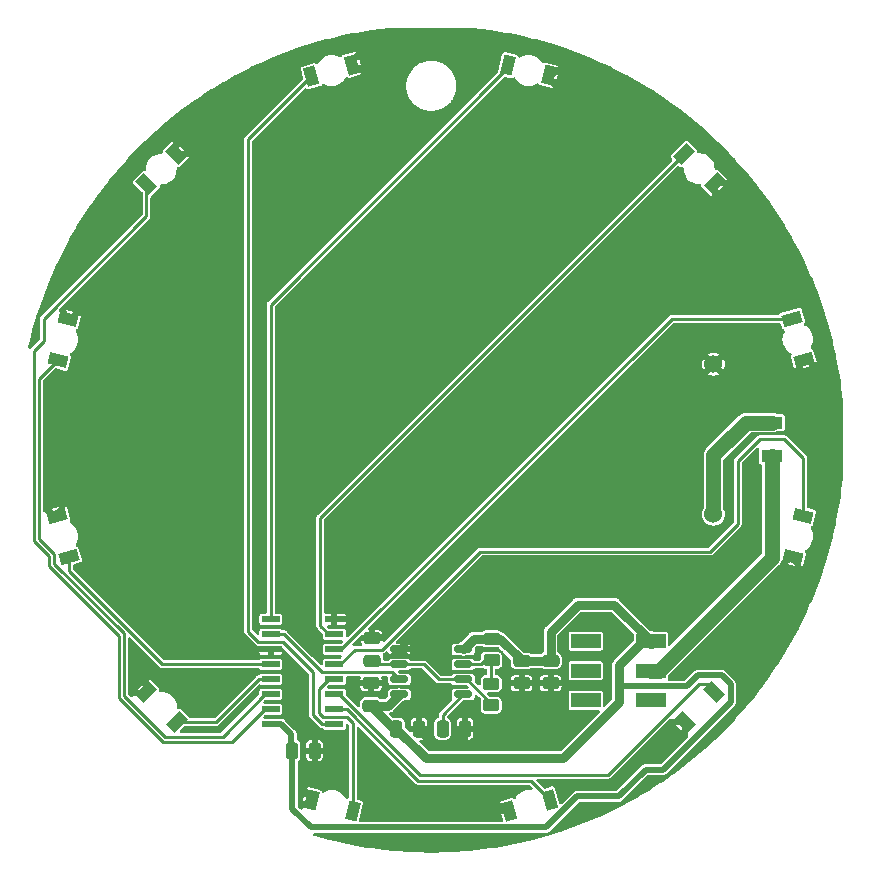
<source format=gbr>
%TF.GenerationSoftware,KiCad,Pcbnew,7.0.7*%
%TF.CreationDate,2023-10-30T19:21:24-07:00*%
%TF.ProjectId,CodeStackOrnament2023,436f6465-5374-4616-936b-4f726e616d65,rev?*%
%TF.SameCoordinates,Original*%
%TF.FileFunction,Copper,L1,Top*%
%TF.FilePolarity,Positive*%
%FSLAX46Y46*%
G04 Gerber Fmt 4.6, Leading zero omitted, Abs format (unit mm)*
G04 Created by KiCad (PCBNEW 7.0.7) date 2023-10-30 19:21:24*
%MOMM*%
%LPD*%
G01*
G04 APERTURE LIST*
G04 Aperture macros list*
%AMRoundRect*
0 Rectangle with rounded corners*
0 $1 Rounding radius*
0 $2 $3 $4 $5 $6 $7 $8 $9 X,Y pos of 4 corners*
0 Add a 4 corners polygon primitive as box body*
4,1,4,$2,$3,$4,$5,$6,$7,$8,$9,$2,$3,0*
0 Add four circle primitives for the rounded corners*
1,1,$1+$1,$2,$3*
1,1,$1+$1,$4,$5*
1,1,$1+$1,$6,$7*
1,1,$1+$1,$8,$9*
0 Add four rect primitives between the rounded corners*
20,1,$1+$1,$2,$3,$4,$5,0*
20,1,$1+$1,$4,$5,$6,$7,0*
20,1,$1+$1,$6,$7,$8,$9,0*
20,1,$1+$1,$8,$9,$2,$3,0*%
%AMRotRect*
0 Rectangle, with rotation*
0 The origin of the aperture is its center*
0 $1 length*
0 $2 width*
0 $3 Rotation angle, in degrees counterclockwise*
0 Add horizontal line*
21,1,$1,$2,0,0,$3*%
G04 Aperture macros list end*
%TA.AperFunction,SMDPad,CuDef*%
%ADD10RoundRect,0.250000X0.475000X-0.250000X0.475000X0.250000X-0.475000X0.250000X-0.475000X-0.250000X0*%
%TD*%
%TA.AperFunction,SMDPad,CuDef*%
%ADD11RoundRect,0.250000X-0.450000X0.262500X-0.450000X-0.262500X0.450000X-0.262500X0.450000X0.262500X0*%
%TD*%
%TA.AperFunction,SMDPad,CuDef*%
%ADD12RotRect,1.000000X1.600000X106.000000*%
%TD*%
%TA.AperFunction,SMDPad,CuDef*%
%ADD13RoundRect,0.250000X-0.250000X-0.475000X0.250000X-0.475000X0.250000X0.475000X-0.250000X0.475000X0*%
%TD*%
%TA.AperFunction,SMDPad,CuDef*%
%ADD14RotRect,1.000000X1.600000X346.000000*%
%TD*%
%TA.AperFunction,SMDPad,CuDef*%
%ADD15RoundRect,0.250000X0.250000X0.475000X-0.250000X0.475000X-0.250000X-0.475000X0.250000X-0.475000X0*%
%TD*%
%TA.AperFunction,SMDPad,CuDef*%
%ADD16RotRect,1.000000X1.600000X166.000000*%
%TD*%
%TA.AperFunction,SMDPad,CuDef*%
%ADD17R,1.500000X0.550000*%
%TD*%
%TA.AperFunction,SMDPad,CuDef*%
%ADD18RotRect,1.000000X1.600000X226.000000*%
%TD*%
%TA.AperFunction,SMDPad,CuDef*%
%ADD19RotRect,1.000000X1.600000X286.000000*%
%TD*%
%TA.AperFunction,ComponentPad*%
%ADD20C,1.530000*%
%TD*%
%TA.AperFunction,SMDPad,CuDef*%
%ADD21RotRect,1.000000X1.600000X256.000000*%
%TD*%
%TA.AperFunction,SMDPad,CuDef*%
%ADD22RoundRect,0.250000X-0.475000X0.250000X-0.475000X-0.250000X0.475000X-0.250000X0.475000X0.250000X0*%
%TD*%
%TA.AperFunction,SMDPad,CuDef*%
%ADD23RotRect,1.000000X1.600000X136.000000*%
%TD*%
%TA.AperFunction,SMDPad,CuDef*%
%ADD24RoundRect,0.150000X-0.625000X-0.150000X0.625000X-0.150000X0.625000X0.150000X-0.625000X0.150000X0*%
%TD*%
%TA.AperFunction,SMDPad,CuDef*%
%ADD25R,1.800000X1.000000*%
%TD*%
%TA.AperFunction,SMDPad,CuDef*%
%ADD26RotRect,1.000000X1.600000X316.000000*%
%TD*%
%TA.AperFunction,SMDPad,CuDef*%
%ADD27RotRect,1.000000X1.600000X46.000000*%
%TD*%
%TA.AperFunction,SMDPad,CuDef*%
%ADD28RotRect,1.000000X1.600000X76.000000*%
%TD*%
%TA.AperFunction,SMDPad,CuDef*%
%ADD29RotRect,1.000000X1.600000X16.000000*%
%TD*%
%TA.AperFunction,SMDPad,CuDef*%
%ADD30RotRect,1.000000X1.600000X196.000000*%
%TD*%
%TA.AperFunction,SMDPad,CuDef*%
%ADD31R,2.500000X1.200000*%
%TD*%
%TA.AperFunction,ViaPad*%
%ADD32C,0.800000*%
%TD*%
%TA.AperFunction,Conductor*%
%ADD33C,0.254000*%
%TD*%
%TA.AperFunction,Conductor*%
%ADD34C,0.508000*%
%TD*%
%TA.AperFunction,Conductor*%
%ADD35C,1.270000*%
%TD*%
%TA.AperFunction,Conductor*%
%ADD36C,0.762000*%
%TD*%
G04 APERTURE END LIST*
D10*
%TO.P,C1,1*%
%TO.N,Net-(U1-THR)*%
X145100000Y-123450000D03*
%TO.P,C1,2*%
%TO.N,GND*%
X145100000Y-121550000D03*
%TD*%
D11*
%TO.P,R2,1*%
%TO.N,Net-(U1-DIS)*%
X155170000Y-125387500D03*
%TO.P,R2,2*%
%TO.N,Net-(U1-THR)*%
X155170000Y-127212500D03*
%TD*%
D12*
%TO.P,D3,1,K*%
%TO.N,GND*%
X181632094Y-97954558D03*
%TO.P,D3,2,A*%
%TO.N,Net-(D3-A)*%
X180639800Y-94494016D03*
%TD*%
D13*
%TO.P,C5,1*%
%TO.N,+3V0*%
X138320000Y-131050000D03*
%TO.P,C5,2*%
%TO.N,GND*%
X140220000Y-131050000D03*
%TD*%
%TO.P,C3,1*%
%TO.N,+3V0*%
X147150000Y-129200000D03*
%TO.P,C3,2*%
%TO.N,GND*%
X149050000Y-129200000D03*
%TD*%
D14*
%TO.P,D7,1,K*%
%TO.N,GND*%
X139958662Y-135267327D03*
%TO.P,D7,2,A*%
%TO.N,Net-(D7-A)*%
X143451726Y-136138245D03*
%TD*%
D15*
%TO.P,C4,1*%
%TO.N,GND*%
X152950000Y-129200000D03*
%TO.P,C4,2*%
%TO.N,Net-(U1-CV)*%
X151050000Y-129200000D03*
%TD*%
D11*
%TO.P,R1,1*%
%TO.N,+3V0*%
X155200000Y-121587500D03*
%TO.P,R1,2*%
%TO.N,Net-(U1-DIS)*%
X155200000Y-123412500D03*
%TD*%
D16*
%TO.P,D1,1,K*%
%TO.N,GND*%
X160089556Y-73894390D03*
%TO.P,D1,2,A*%
%TO.N,Net-(D1-A)*%
X156596492Y-73023472D03*
%TD*%
D17*
%TO.P,U2,1,Q11*%
%TO.N,Net-(D12-A)*%
X141900000Y-128821152D03*
%TO.P,U2,2,Q5*%
%TO.N,Net-(D6-A)*%
X141900000Y-127551152D03*
%TO.P,U2,3,Q4*%
%TO.N,Net-(D5-A)*%
X141900000Y-126281152D03*
%TO.P,U2,4,Q6*%
%TO.N,Net-(D7-A)*%
X141900000Y-125011152D03*
%TO.P,U2,5,Q3*%
%TO.N,Net-(D4-A)*%
X141900000Y-123741152D03*
%TO.P,U2,6,Q2*%
%TO.N,Net-(D3-A)*%
X141900000Y-122471152D03*
%TO.P,U2,7,Q1*%
%TO.N,Net-(D2-A)*%
X141900000Y-121201152D03*
%TO.P,U2,8,VSS*%
%TO.N,GND*%
X141900000Y-119931152D03*
%TO.P,U2,9,Q0*%
%TO.N,Net-(D1-A)*%
X136500000Y-119931152D03*
%TO.P,U2,10,CLK*%
%TO.N,Net-(U1-Q)*%
X136500000Y-121201152D03*
%TO.P,U2,11,Reset*%
%TO.N,GND*%
X136500000Y-122471152D03*
%TO.P,U2,12,Q8*%
%TO.N,Net-(D9-A)*%
X136500000Y-123741152D03*
%TO.P,U2,13,Q7*%
%TO.N,Net-(D8-A)*%
X136500000Y-125011152D03*
%TO.P,U2,14,Q9*%
%TO.N,Net-(D10-A)*%
X136500000Y-126281152D03*
%TO.P,U2,15,Q10*%
%TO.N,Net-(D11-A)*%
X136500000Y-127551152D03*
%TO.P,U2,16,VDD*%
%TO.N,+3V0*%
X136500000Y-128821152D03*
%TD*%
D18*
%TO.P,D11,1,K*%
%TO.N,GND*%
X128481573Y-80520692D03*
%TO.P,D11,2,A*%
%TO.N,Net-(D11-A)*%
X125980803Y-83110316D03*
%TD*%
D19*
%TO.P,D9,1,K*%
%TO.N,GND*%
X118416125Y-111207161D03*
%TO.P,D9,2,A*%
%TO.N,Net-(D9-A)*%
X119408419Y-114667703D03*
%TD*%
D20*
%TO.P,BT1,1,+*%
%TO.N,Net-(BT1-+)*%
X173990000Y-111038605D03*
%TO.P,BT1,2,-*%
%TO.N,GND*%
X173990000Y-98338605D03*
%TD*%
D10*
%TO.P,C2,1*%
%TO.N,+3V0*%
X145000000Y-127250000D03*
%TO.P,C2,2*%
%TO.N,GND*%
X145000000Y-125350000D03*
%TD*%
D21*
%TO.P,D10,1,K*%
%TO.N,GND*%
X119337642Y-94515412D03*
%TO.P,D10,2,A*%
%TO.N,Net-(D10-A)*%
X118466724Y-98008476D03*
%TD*%
D22*
%TO.P,C7,1*%
%TO.N,+3V0*%
X157740000Y-123450000D03*
%TO.P,C7,2*%
%TO.N,GND*%
X157740000Y-125350000D03*
%TD*%
D23*
%TO.P,D2,1,K*%
%TO.N,GND*%
X174084276Y-83038321D03*
%TO.P,D2,2,A*%
%TO.N,Net-(D2-A)*%
X171494652Y-80537551D03*
%TD*%
D24*
%TO.P,U1,1,GND*%
%TO.N,GND*%
X147400000Y-122490000D03*
%TO.P,U1,2,TR*%
%TO.N,Net-(U1-THR)*%
X147400000Y-123760000D03*
%TO.P,U1,3,Q*%
%TO.N,Net-(U1-Q)*%
X147400000Y-125030000D03*
%TO.P,U1,4,R*%
%TO.N,+3V0*%
X147400000Y-126300000D03*
%TO.P,U1,5,CV*%
%TO.N,Net-(U1-CV)*%
X152800000Y-126300000D03*
%TO.P,U1,6,THR*%
%TO.N,Net-(U1-THR)*%
X152800000Y-125030000D03*
%TO.P,U1,7,DIS*%
%TO.N,Net-(U1-DIS)*%
X152800000Y-123760000D03*
%TO.P,U1,8,VCC*%
%TO.N,+3V0*%
X152800000Y-122490000D03*
%TD*%
D25*
%TO.P,F1,1*%
%TO.N,Net-(SW1-A)*%
X178930000Y-106083605D03*
%TO.P,F1,2*%
%TO.N,Net-(BT1-+)*%
X178930000Y-103283605D03*
%TD*%
D26*
%TO.P,D8,1,K*%
%TO.N,GND*%
X125963943Y-126123395D03*
%TO.P,D8,2,A*%
%TO.N,Net-(D8-A)*%
X128553567Y-128624165D03*
%TD*%
D27*
%TO.P,D5,1,K*%
%TO.N,GND*%
X171566645Y-128641027D03*
%TO.P,D5,2,A*%
%TO.N,Net-(D5-A)*%
X174067415Y-126051403D03*
%TD*%
D22*
%TO.P,C6,1*%
%TO.N,+3V0*%
X160200000Y-123450000D03*
%TO.P,C6,2*%
%TO.N,GND*%
X160200000Y-125350000D03*
%TD*%
D28*
%TO.P,D4,1,K*%
%TO.N,GND*%
X180710576Y-114646304D03*
%TO.P,D4,2,A*%
%TO.N,Net-(D4-A)*%
X181581494Y-111153240D03*
%TD*%
D29*
%TO.P,D6,1,K*%
%TO.N,GND*%
X156650411Y-136188841D03*
%TO.P,D6,2,A*%
%TO.N,Net-(D6-A)*%
X160110953Y-135196547D03*
%TD*%
D30*
%TO.P,D12,1,K*%
%TO.N,GND*%
X143397808Y-72972877D03*
%TO.P,D12,2,A*%
%TO.N,Net-(D12-A)*%
X139937266Y-73965171D03*
%TD*%
D31*
%TO.P,SW1,1*%
%TO.N,N/C*%
X168680000Y-126790000D03*
%TO.P,SW1,2,A*%
%TO.N,Net-(SW1-A)*%
X168680000Y-124290000D03*
%TO.P,SW1,3,B*%
%TO.N,+3V0*%
X168680000Y-121790000D03*
%TO.P,SW1,4*%
%TO.N,N/C*%
X163180000Y-126790000D03*
%TO.P,SW1,5*%
X163180000Y-124290000D03*
%TO.P,SW1,6*%
X163180000Y-121790000D03*
%TD*%
D32*
%TO.N,GND*%
X141380000Y-131060000D03*
X155300000Y-135900000D03*
X160200000Y-126600000D03*
X157700000Y-126600000D03*
X149100000Y-127700000D03*
X148600000Y-122500000D03*
X153000000Y-127800016D03*
X146500000Y-120900000D03*
X143400000Y-125300000D03*
X170400000Y-128800000D03*
%TD*%
D33*
%TO.N,Net-(D11-A)*%
X125980803Y-85829197D02*
X125980803Y-83110316D01*
X117310000Y-94500000D02*
X125980803Y-85829197D01*
X117310000Y-96340000D02*
X117310000Y-94500000D01*
X116446000Y-97204000D02*
X117310000Y-96340000D01*
X116446000Y-113346000D02*
X116446000Y-97204000D01*
X117720000Y-115416117D02*
X117720000Y-114620000D01*
X123626000Y-126596736D02*
X123626000Y-121322117D01*
X133248186Y-130327966D02*
X127357230Y-130327966D01*
X136500000Y-127551152D02*
X136025000Y-127551152D01*
X127357230Y-130327966D02*
X123626000Y-126596736D01*
X123626000Y-121322117D02*
X117720000Y-115416117D01*
X136025000Y-127551152D02*
X133248186Y-130327966D01*
X117720000Y-114620000D02*
X116446000Y-113346000D01*
%TO.N,Net-(D10-A)*%
X116900000Y-113157948D02*
X116900000Y-99575200D01*
X118174000Y-114431948D02*
X116900000Y-113157948D01*
X116900000Y-99575200D02*
X118466724Y-98008476D01*
X118174000Y-115228065D02*
X118174000Y-114431948D01*
X124080000Y-121134065D02*
X118174000Y-115228065D01*
X124080000Y-126408684D02*
X124080000Y-121134065D01*
X127545282Y-129873966D02*
X124080000Y-126408684D01*
X132432186Y-129873966D02*
X127545282Y-129873966D01*
X136025000Y-126281152D02*
X132432186Y-129873966D01*
X136500000Y-126281152D02*
X136025000Y-126281152D01*
%TO.N,Net-(D12-A)*%
X140871152Y-128821152D02*
X141900000Y-128821152D01*
X134600000Y-120980152D02*
X135469848Y-121850000D01*
X134600000Y-79302437D02*
X134600000Y-120980152D01*
X135469848Y-121850000D02*
X137510000Y-121850000D01*
X137510000Y-121850000D02*
X140050000Y-124390000D01*
X139937266Y-73965171D02*
X134600000Y-79302437D01*
X140050000Y-124390000D02*
X140050000Y-128000000D01*
X140050000Y-128000000D02*
X140871152Y-128821152D01*
%TO.N,Net-(D1-A)*%
X136500000Y-119931152D02*
X136500000Y-93290000D01*
X136500000Y-93290000D02*
X156596492Y-73193508D01*
X156596492Y-73193508D02*
X156596492Y-73023472D01*
%TO.N,Net-(D2-A)*%
X140700000Y-120476152D02*
X141425000Y-121201152D01*
X141425000Y-121201152D02*
X141900000Y-121201152D01*
X140700000Y-111320000D02*
X140700000Y-120476152D01*
X171482449Y-80537551D02*
X140700000Y-111320000D01*
X171494652Y-80537551D02*
X171482449Y-80537551D01*
%TO.N,Net-(D3-A)*%
X142478848Y-122471152D02*
X170455984Y-94494016D01*
X170455984Y-94494016D02*
X180639800Y-94494016D01*
X141900000Y-122471152D02*
X142478848Y-122471152D01*
D34*
%TO.N,+3V0*%
X171723504Y-125600000D02*
X166000000Y-125600000D01*
X172641498Y-124682006D02*
X171723504Y-125600000D01*
X174682006Y-124682006D02*
X172641498Y-124682006D01*
X175444216Y-125444216D02*
X174682006Y-124682006D01*
X175444216Y-126916717D02*
X175444216Y-125444216D01*
X169706166Y-132654767D02*
X175444216Y-126916717D01*
X159820331Y-137549669D02*
X162431826Y-134938174D01*
X168245233Y-132654767D02*
X169706166Y-132654767D01*
X139899669Y-137549669D02*
X159820331Y-137549669D01*
X162431826Y-134938174D02*
X165961826Y-134938174D01*
X138320000Y-135970000D02*
X139899669Y-137549669D01*
X138320000Y-131050000D02*
X138320000Y-135970000D01*
X165961826Y-134938174D02*
X168245233Y-132654767D01*
D33*
%TO.N,Net-(D7-A)*%
X140600000Y-127907948D02*
X140600000Y-125836152D01*
X142965048Y-128219152D02*
X140911204Y-128219152D01*
X140911204Y-128219152D02*
X140600000Y-127907948D01*
X143451726Y-128705830D02*
X142965048Y-128219152D01*
X140600000Y-125836152D02*
X141425000Y-125011152D01*
X141425000Y-125011152D02*
X141900000Y-125011152D01*
X143451726Y-136138245D02*
X143451726Y-128705830D01*
%TO.N,Net-(D6-A)*%
X142939100Y-127551152D02*
X141900000Y-127551152D01*
X148987948Y-133600000D02*
X142939100Y-127551152D01*
X158514406Y-133600000D02*
X148987948Y-133600000D01*
X160110953Y-135196547D02*
X158514406Y-133600000D01*
%TO.N,Net-(D5-A)*%
X142311152Y-126281152D02*
X141900000Y-126281152D01*
X149130000Y-133100000D02*
X142311152Y-126281152D01*
X165045162Y-133100000D02*
X149130000Y-133100000D01*
X173416012Y-125400000D02*
X172745162Y-125400000D01*
X174067415Y-126051403D02*
X173416012Y-125400000D01*
X172745162Y-125400000D02*
X165045162Y-133100000D01*
D34*
%TO.N,GND*%
X141370000Y-131050000D02*
X141380000Y-131060000D01*
X140220000Y-131050000D02*
X141370000Y-131050000D01*
%TO.N,+3V0*%
X138250000Y-130980000D02*
X138320000Y-131050000D01*
X138250000Y-129680000D02*
X138250000Y-130980000D01*
D35*
%TO.N,Net-(BT1-+)*%
X176760000Y-103283605D02*
X173990000Y-106053605D01*
X178930000Y-103283605D02*
X176760000Y-103283605D01*
X173990000Y-106053605D02*
X173990000Y-111038605D01*
D34*
%TO.N,GND*%
X148590000Y-122490000D02*
X148600000Y-122500000D01*
X149050000Y-129200000D02*
X149050000Y-127750000D01*
X155588841Y-136188841D02*
X155300000Y-135900000D01*
D36*
X150356000Y-130506000D02*
X149050000Y-129200000D01*
D33*
X145100000Y-121550000D02*
X145100000Y-121500000D01*
D34*
X171566645Y-128641027D02*
X170558973Y-128641027D01*
X160200000Y-125350000D02*
X160200000Y-126600000D01*
X147400000Y-122490000D02*
X148590000Y-122490000D01*
X152950000Y-129200000D02*
X152950000Y-127850016D01*
X145850000Y-121550000D02*
X146500000Y-120900000D01*
X152950000Y-127850016D02*
X153000000Y-127800016D01*
X145000000Y-125350000D02*
X143450000Y-125350000D01*
D33*
X145000000Y-125350000D02*
X145307000Y-125657000D01*
D34*
X156650411Y-136188841D02*
X155588841Y-136188841D01*
X143450000Y-125350000D02*
X143400000Y-125300000D01*
X170558973Y-128641027D02*
X170400000Y-128800000D01*
X145100000Y-121550000D02*
X145850000Y-121550000D01*
D36*
X152950000Y-129200000D02*
X152950000Y-129200211D01*
D34*
X157740000Y-125350000D02*
X157740000Y-126560000D01*
X157740000Y-126560000D02*
X157700000Y-126600000D01*
X149050000Y-127750000D02*
X149100000Y-127700000D01*
D36*
X152950000Y-129200211D02*
X151644211Y-130506000D01*
X151644211Y-130506000D02*
X150356000Y-130506000D01*
D33*
%TO.N,Net-(U1-THR)*%
X150730000Y-125030000D02*
X149460000Y-123760000D01*
X145310000Y-123760000D02*
X145000000Y-123450000D01*
X153130000Y-125030000D02*
X152800000Y-125030000D01*
X149460000Y-123760000D02*
X147400000Y-123760000D01*
X152800000Y-125030000D02*
X150730000Y-125030000D01*
X155170000Y-127070000D02*
X153130000Y-125030000D01*
X155170000Y-127212500D02*
X155170000Y-127070000D01*
X147400000Y-123760000D02*
X145310000Y-123760000D01*
D36*
%TO.N,+3V0*%
X147335000Y-126365000D02*
X147400000Y-126365000D01*
X162500000Y-118700000D02*
X160200000Y-121000000D01*
D34*
X137391152Y-128821152D02*
X136500000Y-128821152D01*
D36*
X152865000Y-122425000D02*
X152800000Y-122425000D01*
X146950000Y-129200000D02*
X145000000Y-127250000D01*
X165590000Y-118700000D02*
X162500000Y-118700000D01*
X160200000Y-121000000D02*
X160200000Y-123450000D01*
X157740000Y-123450000D02*
X157740000Y-123422735D01*
D35*
X168680000Y-121790000D02*
X168680000Y-121780000D01*
D36*
X155200000Y-121587500D02*
X153702500Y-121587500D01*
X157740000Y-123422735D02*
X155904765Y-121587500D01*
X166000000Y-126982000D02*
X161282000Y-131700000D01*
X149650000Y-131700000D02*
X147150000Y-129200000D01*
X147150000Y-129200000D02*
X146950000Y-129200000D01*
X168030000Y-121790000D02*
X166000000Y-123820000D01*
X153702500Y-121587500D02*
X152865000Y-122425000D01*
D34*
X138250000Y-129680000D02*
X137391152Y-128821152D01*
D36*
X166000000Y-123820000D02*
X166000000Y-125600000D01*
X160200000Y-123450000D02*
X157740000Y-123450000D01*
X161282000Y-131700000D02*
X149650000Y-131700000D01*
X146450000Y-127250000D02*
X147335000Y-126365000D01*
X146450000Y-127250000D02*
X145000000Y-127250000D01*
X168680000Y-121790000D02*
X168030000Y-121790000D01*
X166000000Y-125600000D02*
X166000000Y-126982000D01*
X168680000Y-121790000D02*
X165590000Y-118700000D01*
X155904765Y-121587500D02*
X155200000Y-121587500D01*
D33*
%TO.N,Net-(U1-CV)*%
X152800000Y-126300000D02*
X151050000Y-128050000D01*
X151050000Y-128050000D02*
X151050000Y-129200000D01*
%TO.N,Net-(D4-A)*%
X176038000Y-106562000D02*
X176038000Y-111862000D01*
X177900000Y-104700000D02*
X176038000Y-106562000D01*
X173700000Y-114200000D02*
X154240420Y-114200000D01*
X143606152Y-122510000D02*
X142375000Y-123741152D01*
X142375000Y-123741152D02*
X141900000Y-123741152D01*
X181581494Y-111153240D02*
X181581494Y-106281494D01*
X176038000Y-111862000D02*
X173700000Y-114200000D01*
X154240420Y-114200000D02*
X145930420Y-122510000D01*
X145930420Y-122510000D02*
X143606152Y-122510000D01*
X180000000Y-104700000D02*
X177900000Y-104700000D01*
X181581494Y-106281494D02*
X180000000Y-104700000D01*
%TO.N,Net-(D6-A)*%
X160110953Y-135196547D02*
X160110953Y-134610953D01*
%TO.N,Net-(D8-A)*%
X131875835Y-128624165D02*
X135488848Y-125011152D01*
X131875835Y-128624165D02*
X128553567Y-128624165D01*
X135488848Y-125011152D02*
X136500000Y-125011152D01*
%TO.N,Net-(D9-A)*%
X127341152Y-123741152D02*
X136500000Y-123741152D01*
X119408419Y-115808419D02*
X127341152Y-123741152D01*
X119408419Y-114667703D02*
X119408419Y-115808419D01*
%TO.N,Net-(U1-DIS)*%
X154687500Y-123412500D02*
X154340000Y-123760000D01*
X155200000Y-123412500D02*
X154687500Y-123412500D01*
X154340000Y-123760000D02*
X152800000Y-123760000D01*
X155170000Y-125387500D02*
X155170000Y-123442500D01*
X155170000Y-123442500D02*
X155200000Y-123412500D01*
%TO.N,Net-(U1-Q)*%
X147400000Y-125030000D02*
X146779152Y-124409152D01*
X140869152Y-124409152D02*
X137661152Y-121201152D01*
X137661152Y-121201152D02*
X136500000Y-121201152D01*
X146779152Y-124409152D02*
X140869152Y-124409152D01*
D35*
%TO.N,Net-(SW1-A)*%
X178930000Y-106083605D02*
X178930000Y-114730000D01*
X178930000Y-114730000D02*
X169370000Y-124290000D01*
X169370000Y-124290000D02*
X168680000Y-124290000D01*
%TD*%
%TA.AperFunction,Conductor*%
%TO.N,GND*%
G36*
X153892701Y-69900323D02*
G01*
X154100882Y-69921493D01*
X154335488Y-69949360D01*
X155272790Y-70076787D01*
X155506374Y-70112570D01*
X156438846Y-70271583D01*
X156671073Y-70315232D01*
X157597563Y-70505631D01*
X157597578Y-70505634D01*
X157828279Y-70557120D01*
X157962477Y-70589458D01*
X158747828Y-70778705D01*
X158976605Y-70837940D01*
X159888152Y-71090458D01*
X160114811Y-71157389D01*
X161017354Y-71440564D01*
X161241550Y-71515088D01*
X162134023Y-71828587D01*
X162355610Y-71910654D01*
X163236974Y-72254112D01*
X163418397Y-72328364D01*
X163455667Y-72343618D01*
X164324920Y-72716644D01*
X164540444Y-72813475D01*
X165396617Y-73215652D01*
X165608771Y-73319719D01*
X166450821Y-73750557D01*
X166574022Y-73816243D01*
X166659419Y-73861773D01*
X166920578Y-74006728D01*
X167486396Y-74320783D01*
X167559295Y-74362871D01*
X167691103Y-74438970D01*
X168502082Y-74925634D01*
X168502112Y-74925652D01*
X168702722Y-75050693D01*
X168878531Y-75164443D01*
X169496810Y-75564475D01*
X169693117Y-75696243D01*
X170393401Y-76183656D01*
X170469399Y-76236552D01*
X170661103Y-76374846D01*
X171418744Y-76941103D01*
X171512181Y-77013428D01*
X171605623Y-77085758D01*
X172343695Y-77677268D01*
X172525634Y-77828196D01*
X173243303Y-78444295D01*
X173389891Y-78574501D01*
X173420001Y-78601246D01*
X173781252Y-78933208D01*
X174116433Y-79241214D01*
X174116464Y-79241242D01*
X174287778Y-79404088D01*
X174375439Y-79490281D01*
X174962236Y-80067251D01*
X175127919Y-80235756D01*
X175348146Y-80467434D01*
X175703731Y-80841510D01*
X175779615Y-80921339D01*
X175939506Y-81095338D01*
X176567675Y-81802540D01*
X176721608Y-81981851D01*
X177325484Y-82709805D01*
X177434887Y-82846314D01*
X177473322Y-82894271D01*
X177850304Y-83381293D01*
X178052289Y-83642236D01*
X178164534Y-83792418D01*
X178193784Y-83831553D01*
X178747178Y-84598673D01*
X178882163Y-84792611D01*
X179409346Y-85578000D01*
X179537714Y-85776403D01*
X180038052Y-86579120D01*
X180159668Y-86781783D01*
X180632602Y-87600929D01*
X180747295Y-87807566D01*
X181192284Y-88642199D01*
X181299962Y-88852649D01*
X181716510Y-89701842D01*
X181816984Y-89915734D01*
X182204624Y-90778531D01*
X182297837Y-90995744D01*
X182656101Y-91871108D01*
X182741924Y-92091339D01*
X183070425Y-92978319D01*
X183148758Y-93201317D01*
X183447115Y-94098888D01*
X183517869Y-94324398D01*
X183785739Y-95231523D01*
X183848845Y-95459324D01*
X184085918Y-96374954D01*
X184141298Y-96604775D01*
X184347309Y-97527883D01*
X184394894Y-97759430D01*
X184569614Y-98688988D01*
X184609349Y-98921997D01*
X184752577Y-99856940D01*
X184784416Y-100091137D01*
X184895987Y-101030396D01*
X184919899Y-101265539D01*
X184999688Y-102208101D01*
X184999804Y-102209816D01*
X185000000Y-102214444D01*
X185000000Y-107162772D01*
X184999804Y-107167381D01*
X184999685Y-107169142D01*
X184919899Y-108111670D01*
X184895987Y-108346813D01*
X184784416Y-109286072D01*
X184752577Y-109520269D01*
X184609349Y-110455212D01*
X184569614Y-110688221D01*
X184394894Y-111617779D01*
X184347309Y-111849326D01*
X184141298Y-112772434D01*
X184085918Y-113002255D01*
X183848845Y-113917885D01*
X183785739Y-114145686D01*
X183517869Y-115052811D01*
X183447115Y-115278321D01*
X183148758Y-116175892D01*
X183070425Y-116398890D01*
X182741924Y-117285870D01*
X182656101Y-117506101D01*
X182297837Y-118381465D01*
X182204624Y-118598678D01*
X181816984Y-119461475D01*
X181716510Y-119675367D01*
X181299962Y-120524560D01*
X181192284Y-120735010D01*
X180747295Y-121569643D01*
X180632602Y-121776280D01*
X180159668Y-122595426D01*
X180038052Y-122798089D01*
X179537714Y-123600806D01*
X179409346Y-123799209D01*
X178882163Y-124584598D01*
X178747178Y-124778536D01*
X178193784Y-125545656D01*
X178052290Y-125734972D01*
X177473335Y-126482921D01*
X177325507Y-126667377D01*
X176721608Y-127395358D01*
X176567675Y-127574669D01*
X175939506Y-128281871D01*
X175779615Y-128455870D01*
X175127919Y-129141453D01*
X174962236Y-129309958D01*
X174287770Y-129973129D01*
X174116476Y-130135956D01*
X173420001Y-130775963D01*
X173302658Y-130880193D01*
X173243280Y-130932935D01*
X172525634Y-131549013D01*
X172343695Y-131699941D01*
X171605618Y-132291456D01*
X171418744Y-132436106D01*
X170661103Y-133002363D01*
X170469399Y-133140657D01*
X169693119Y-133680965D01*
X169496810Y-133812734D01*
X168702730Y-134326511D01*
X168502112Y-134451557D01*
X167691103Y-134938239D01*
X167486396Y-135056426D01*
X166659429Y-135515431D01*
X166450809Y-135626658D01*
X165608805Y-136057473D01*
X165396586Y-136161571D01*
X164540469Y-136563723D01*
X164324914Y-136660568D01*
X163455667Y-137033591D01*
X163236961Y-137123103D01*
X162355632Y-137466547D01*
X162134002Y-137548630D01*
X161241573Y-137862113D01*
X161017325Y-137936654D01*
X160114816Y-138219818D01*
X159888150Y-138286752D01*
X158976615Y-138539266D01*
X158747814Y-138598507D01*
X157828279Y-138820089D01*
X157597578Y-138871575D01*
X156671081Y-139061975D01*
X156438829Y-139105629D01*
X155506390Y-139264636D01*
X155272792Y-139300422D01*
X154335527Y-139427844D01*
X154100856Y-139455719D01*
X153159820Y-139551413D01*
X152924328Y-139571348D01*
X151980612Y-139635204D01*
X151744575Y-139647174D01*
X150799253Y-139679120D01*
X150562931Y-139683113D01*
X149617069Y-139683113D01*
X149380746Y-139679120D01*
X148435424Y-139647174D01*
X148199387Y-139635204D01*
X147255671Y-139571348D01*
X147020179Y-139551413D01*
X146079143Y-139455719D01*
X145869499Y-139430816D01*
X145844467Y-139427843D01*
X144907207Y-139300422D01*
X144673609Y-139264636D01*
X143741170Y-139105629D01*
X143508918Y-139061975D01*
X142582421Y-138871575D01*
X142351720Y-138820089D01*
X141432185Y-138598507D01*
X141203384Y-138539266D01*
X140291879Y-138286760D01*
X140238479Y-138270991D01*
X140170814Y-138251010D01*
X140111147Y-138212535D01*
X140081753Y-138147909D01*
X140091965Y-138077650D01*
X140138540Y-138024066D01*
X140206498Y-138004169D01*
X159791258Y-138004169D01*
X159798312Y-138004564D01*
X159837517Y-138008982D01*
X159896479Y-137997825D01*
X159955810Y-137988883D01*
X159955817Y-137988879D01*
X159964036Y-137986345D01*
X159972134Y-137983511D01*
X159972134Y-137983510D01*
X159972138Y-137983510D01*
X160009459Y-137963785D01*
X160025190Y-137955471D01*
X160042762Y-137947008D01*
X160079252Y-137929436D01*
X160079256Y-137929432D01*
X160086356Y-137924591D01*
X160093262Y-137919493D01*
X160093271Y-137919489D01*
X160135700Y-137877059D01*
X160179687Y-137836246D01*
X160179688Y-137836243D01*
X160185575Y-137828862D01*
X160186248Y-137829399D01*
X160195751Y-137817007D01*
X162583180Y-135429579D01*
X162645493Y-135395553D01*
X162672276Y-135392674D01*
X165932753Y-135392674D01*
X165939807Y-135393069D01*
X165979012Y-135397487D01*
X166037974Y-135386330D01*
X166097305Y-135377388D01*
X166097312Y-135377384D01*
X166105531Y-135374850D01*
X166113629Y-135372016D01*
X166113629Y-135372015D01*
X166113633Y-135372015D01*
X166149613Y-135352998D01*
X166166685Y-135343976D01*
X166184257Y-135335513D01*
X166220747Y-135317941D01*
X166220751Y-135317937D01*
X166227851Y-135313096D01*
X166234757Y-135307998D01*
X166234766Y-135307994D01*
X166277195Y-135265564D01*
X166321182Y-135224751D01*
X166321183Y-135224748D01*
X166327070Y-135217367D01*
X166327743Y-135217904D01*
X166337246Y-135205512D01*
X168396587Y-133146172D01*
X168458900Y-133112146D01*
X168485683Y-133109267D01*
X169677093Y-133109267D01*
X169684147Y-133109662D01*
X169723352Y-133114080D01*
X169782314Y-133102923D01*
X169841645Y-133093981D01*
X169841652Y-133093977D01*
X169849871Y-133091443D01*
X169857969Y-133088609D01*
X169857969Y-133088608D01*
X169857973Y-133088608D01*
X169893953Y-133069591D01*
X169911025Y-133060569D01*
X169928597Y-133052106D01*
X169965087Y-133034534D01*
X169965091Y-133034530D01*
X169972191Y-133029689D01*
X169979097Y-133024591D01*
X169979106Y-133024587D01*
X170021535Y-132982157D01*
X170065522Y-132941344D01*
X170065523Y-132941341D01*
X170071410Y-132933960D01*
X170072083Y-132934497D01*
X170081586Y-132922105D01*
X175745052Y-127258639D01*
X175750295Y-127253953D01*
X175781152Y-127229348D01*
X175814962Y-127179756D01*
X175850585Y-127131490D01*
X175850587Y-127131481D01*
X175854614Y-127123863D01*
X175858328Y-127116149D01*
X175858332Y-127116145D01*
X175875240Y-127061328D01*
X175876020Y-127058801D01*
X175895835Y-127002175D01*
X175895835Y-127002172D01*
X175895837Y-127002168D01*
X175895837Y-127002163D01*
X175897433Y-126993726D01*
X175898716Y-126985220D01*
X175898716Y-126925226D01*
X175899819Y-126895735D01*
X175900960Y-126865255D01*
X175900959Y-126865254D01*
X175900960Y-126865253D01*
X175899903Y-126855870D01*
X175900753Y-126855774D01*
X175898716Y-126840290D01*
X175898716Y-125473289D01*
X175899112Y-125466230D01*
X175903529Y-125427030D01*
X175892372Y-125368067D01*
X175883430Y-125308737D01*
X175883428Y-125308734D01*
X175880905Y-125300553D01*
X175878058Y-125292416D01*
X175878057Y-125292409D01*
X175856420Y-125251469D01*
X175850016Y-125239352D01*
X175823984Y-125185298D01*
X175823983Y-125185295D01*
X175823979Y-125185290D01*
X175819130Y-125178178D01*
X175814039Y-125171281D01*
X175814037Y-125171277D01*
X175784346Y-125141586D01*
X175771605Y-125128844D01*
X175730792Y-125084859D01*
X175723412Y-125078973D01*
X175723945Y-125078304D01*
X175711555Y-125068795D01*
X175371953Y-124729193D01*
X175023936Y-124381175D01*
X175019224Y-124375902D01*
X174994638Y-124345071D01*
X174990820Y-124342468D01*
X174945056Y-124311266D01*
X174939387Y-124307082D01*
X174896782Y-124275639D01*
X174896780Y-124275638D01*
X174896779Y-124275637D01*
X174896776Y-124275636D01*
X174889144Y-124271602D01*
X174881436Y-124267891D01*
X174881434Y-124267890D01*
X174858517Y-124260821D01*
X174824090Y-124250201D01*
X174767458Y-124230385D01*
X174759027Y-124228789D01*
X174750511Y-124227506D01*
X174690515Y-124227506D01*
X174688182Y-124227418D01*
X174630541Y-124225261D01*
X174621158Y-124226319D01*
X174621062Y-124225467D01*
X174605579Y-124227506D01*
X172670580Y-124227506D01*
X172663522Y-124227110D01*
X172624312Y-124222692D01*
X172624311Y-124222692D01*
X172624310Y-124222692D01*
X172624309Y-124222692D01*
X172580078Y-124231061D01*
X172565334Y-124233851D01*
X172545562Y-124236831D01*
X172506017Y-124242792D01*
X172497836Y-124245315D01*
X172489689Y-124248165D01*
X172436635Y-124276205D01*
X172382577Y-124302238D01*
X172375472Y-124307082D01*
X172368558Y-124312184D01*
X172326127Y-124354615D01*
X172282144Y-124395426D01*
X172276255Y-124402811D01*
X172275587Y-124402278D01*
X172266080Y-124414663D01*
X171572146Y-125108596D01*
X171509836Y-125142620D01*
X171483053Y-125145500D01*
X170234012Y-125145500D01*
X170165891Y-125125498D01*
X170119398Y-125071842D01*
X170109294Y-125001568D01*
X170117604Y-124971280D01*
X170118867Y-124968230D01*
X170130500Y-124909748D01*
X170130500Y-124763264D01*
X170150502Y-124695143D01*
X170167400Y-124674174D01*
X179494976Y-115346597D01*
X179498698Y-115343165D01*
X179540146Y-115307961D01*
X179588286Y-115244632D01*
X179589545Y-115243066D01*
X180210564Y-115243066D01*
X180871896Y-115407955D01*
X180623675Y-114994844D01*
X180210564Y-115243066D01*
X179589545Y-115243066D01*
X179638129Y-115182627D01*
X179638133Y-115182618D01*
X179640227Y-115179343D01*
X179648085Y-115166675D01*
X179650120Y-115163292D01*
X179650126Y-115163285D01*
X179683522Y-115091099D01*
X179718875Y-115019818D01*
X179718876Y-115019815D01*
X179720218Y-115016163D01*
X179725158Y-115002131D01*
X179726429Y-114998357D01*
X179726433Y-114998350D01*
X179729239Y-114985599D01*
X179763414Y-114923372D01*
X179787399Y-114904679D01*
X180362036Y-114559403D01*
X180689473Y-114362658D01*
X180758166Y-114344718D01*
X180825653Y-114366764D01*
X180862371Y-114405766D01*
X181502474Y-115471077D01*
X181529773Y-115446281D01*
X181555146Y-115392484D01*
X181806596Y-114383972D01*
X181806598Y-114383963D01*
X181809451Y-114324550D01*
X181782567Y-114249670D01*
X181782565Y-114249667D01*
X181762454Y-114227527D01*
X181731458Y-114163655D01*
X181739913Y-114093163D01*
X181785137Y-114038434D01*
X181794144Y-114033333D01*
X181794005Y-114033091D01*
X181798772Y-114030338D01*
X181985169Y-113899823D01*
X181985171Y-113899820D01*
X181985174Y-113899819D01*
X182146082Y-113738911D01*
X182250234Y-113590166D01*
X182276601Y-113552509D01*
X182276601Y-113552508D01*
X182276603Y-113552506D01*
X182372774Y-113346268D01*
X182431670Y-113126464D01*
X182451503Y-112899772D01*
X182431670Y-112673080D01*
X182372774Y-112453276D01*
X182276603Y-112247038D01*
X182250139Y-112209244D01*
X182227452Y-112141971D01*
X182244737Y-112073111D01*
X182296506Y-112024526D01*
X182310776Y-112018386D01*
X182342056Y-112007155D01*
X182342056Y-112007154D01*
X182342058Y-112007154D01*
X182401101Y-111953524D01*
X182426536Y-111899592D01*
X182678013Y-110890974D01*
X182680874Y-110831414D01*
X182653920Y-110756342D01*
X182600290Y-110697299D01*
X182600289Y-110697298D01*
X182600288Y-110697297D01*
X182600287Y-110697296D01*
X182546363Y-110671864D01*
X182546355Y-110671861D01*
X182004512Y-110536765D01*
X181943253Y-110500877D01*
X181911122Y-110437568D01*
X181908994Y-110414508D01*
X181908994Y-106298540D01*
X181909234Y-106293047D01*
X181910527Y-106278259D01*
X181912780Y-106252510D01*
X181902244Y-106213192D01*
X181901061Y-106207855D01*
X181893991Y-106167755D01*
X181893990Y-106167753D01*
X181893990Y-106167752D01*
X181891991Y-106162260D01*
X181885378Y-106146292D01*
X181882888Y-106140952D01*
X181882888Y-106140951D01*
X181859547Y-106107617D01*
X181856592Y-106102979D01*
X181836245Y-106067735D01*
X181836243Y-106067733D01*
X181805064Y-106041571D01*
X181801021Y-106037866D01*
X180243631Y-104480477D01*
X180239927Y-104476435D01*
X180213760Y-104445250D01*
X180178510Y-104424898D01*
X180173876Y-104421946D01*
X180140541Y-104398604D01*
X180135263Y-104396143D01*
X180119226Y-104389500D01*
X180113736Y-104387502D01*
X180073658Y-104380435D01*
X180068291Y-104379245D01*
X180043117Y-104372500D01*
X180028984Y-104368713D01*
X180028983Y-104368713D01*
X180021003Y-104369411D01*
X179988441Y-104372260D01*
X179982956Y-104372500D01*
X177917044Y-104372500D01*
X177911558Y-104372260D01*
X177892868Y-104370625D01*
X177881017Y-104365989D01*
X177880999Y-104366001D01*
X177878109Y-104366813D01*
X177871016Y-104368713D01*
X177857778Y-104372260D01*
X177831703Y-104379246D01*
X177826338Y-104380435D01*
X177786265Y-104387501D01*
X177780780Y-104389498D01*
X177764709Y-104396154D01*
X177759461Y-104398602D01*
X177726124Y-104421945D01*
X177721488Y-104424898D01*
X177686240Y-104445250D01*
X177686239Y-104445250D01*
X177660070Y-104476435D01*
X177656358Y-104480486D01*
X175818487Y-106318358D01*
X175814435Y-106322071D01*
X175783251Y-106348238D01*
X175783247Y-106348243D01*
X175762896Y-106383491D01*
X175759943Y-106388126D01*
X175736608Y-106421452D01*
X175734142Y-106426741D01*
X175727487Y-106442807D01*
X175725503Y-106448258D01*
X175718434Y-106488345D01*
X175717244Y-106493709D01*
X175706713Y-106533011D01*
X175706713Y-106533017D01*
X175710260Y-106573549D01*
X175710500Y-106579043D01*
X175710500Y-111674155D01*
X175690498Y-111742276D01*
X175673595Y-111763250D01*
X173601251Y-113835595D01*
X173538939Y-113869620D01*
X173512156Y-113872500D01*
X154257464Y-113872500D01*
X154251978Y-113872260D01*
X154221802Y-113869620D01*
X154211438Y-113868713D01*
X154211435Y-113868713D01*
X154172123Y-113879246D01*
X154166758Y-113880435D01*
X154126685Y-113887501D01*
X154121200Y-113889498D01*
X154105129Y-113896154D01*
X154099881Y-113898602D01*
X154066544Y-113921945D01*
X154061908Y-113924898D01*
X154026660Y-113945250D01*
X154026659Y-113945250D01*
X154000490Y-113976435D01*
X153996777Y-113980486D01*
X146188227Y-121789036D01*
X146125915Y-121823062D01*
X146055100Y-121817997D01*
X146033321Y-121804000D01*
X144175001Y-121804000D01*
X144175001Y-121854209D01*
X144177851Y-121884606D01*
X144177852Y-121884609D01*
X144223437Y-122014885D01*
X144227056Y-122085790D01*
X144191767Y-122147395D01*
X144128774Y-122180141D01*
X144104508Y-122182500D01*
X143623196Y-122182500D01*
X143617710Y-122182260D01*
X143590504Y-122179879D01*
X143577170Y-122178713D01*
X143577163Y-122178713D01*
X143563202Y-122182454D01*
X143492225Y-122180761D01*
X143433431Y-122140964D01*
X143405486Y-122075699D01*
X143417263Y-122005686D01*
X143441493Y-121971660D01*
X144080252Y-121332901D01*
X144142560Y-121298879D01*
X144169343Y-121296000D01*
X144846000Y-121296000D01*
X144846000Y-120850000D01*
X145354000Y-120850000D01*
X145354000Y-121296000D01*
X146024999Y-121296000D01*
X146024999Y-121245805D01*
X146024998Y-121245790D01*
X146022148Y-121215393D01*
X146022147Y-121215390D01*
X145977346Y-121087355D01*
X145977346Y-121087354D01*
X145896792Y-120978207D01*
X145787645Y-120897653D01*
X145659610Y-120852852D01*
X145659605Y-120852851D01*
X145629205Y-120850000D01*
X145354000Y-120850000D01*
X144846000Y-120850000D01*
X144846000Y-120849999D01*
X144837130Y-120841129D01*
X144799221Y-120829998D01*
X144752728Y-120776342D01*
X144742624Y-120706068D01*
X144772118Y-120641488D01*
X144778219Y-120634935D01*
X154374547Y-111038607D01*
X173019828Y-111038607D01*
X173038468Y-111227869D01*
X173038469Y-111227875D01*
X173038470Y-111227876D01*
X173093678Y-111409874D01*
X173183331Y-111577604D01*
X173303985Y-111724620D01*
X173451001Y-111845274D01*
X173618731Y-111934927D01*
X173800729Y-111990135D01*
X173800733Y-111990135D01*
X173800735Y-111990136D01*
X173989997Y-112008777D01*
X173990000Y-112008777D01*
X173990003Y-112008777D01*
X174179264Y-111990136D01*
X174179265Y-111990135D01*
X174179271Y-111990135D01*
X174361269Y-111934927D01*
X174528999Y-111845274D01*
X174676015Y-111724620D01*
X174796669Y-111577604D01*
X174886322Y-111409874D01*
X174941530Y-111227876D01*
X174943660Y-111206258D01*
X174960172Y-111038607D01*
X174960172Y-111038602D01*
X174941531Y-110849340D01*
X174941530Y-110849338D01*
X174941530Y-110849334D01*
X174886322Y-110667336D01*
X174840377Y-110581378D01*
X174825500Y-110521983D01*
X174825500Y-106451870D01*
X174845502Y-106383749D01*
X174862405Y-106362775D01*
X177069170Y-104156010D01*
X177131482Y-104121984D01*
X177158265Y-104119105D01*
X177845501Y-104119105D01*
X177870025Y-104126305D01*
X177879026Y-104121575D01*
X177903851Y-104119105D01*
X178975294Y-104119105D01*
X178975302Y-104119105D01*
X179110667Y-104104383D01*
X179282886Y-104046356D01*
X179323447Y-104021950D01*
X179356373Y-104002141D01*
X179421332Y-103984105D01*
X179849747Y-103984105D01*
X179849748Y-103984105D01*
X179908231Y-103972472D01*
X179974552Y-103928157D01*
X180018867Y-103861836D01*
X180030500Y-103803353D01*
X180030500Y-102763857D01*
X180018867Y-102705374D01*
X179974552Y-102639053D01*
X179908231Y-102594738D01*
X179908228Y-102594737D01*
X179849750Y-102583105D01*
X179849748Y-102583105D01*
X179430887Y-102583105D01*
X179369604Y-102566089D01*
X179369485Y-102566347D01*
X179367912Y-102565619D01*
X179365926Y-102565068D01*
X179363282Y-102563477D01*
X179198349Y-102487171D01*
X179020872Y-102448106D01*
X179020869Y-102448105D01*
X179020866Y-102448105D01*
X179020863Y-102448105D01*
X176796526Y-102448105D01*
X176791416Y-102447897D01*
X176783666Y-102447266D01*
X176737245Y-102443485D01*
X176737244Y-102443485D01*
X176658407Y-102454227D01*
X176579336Y-102462826D01*
X176575668Y-102463633D01*
X176560805Y-102467116D01*
X176557170Y-102468020D01*
X176482488Y-102495456D01*
X176407107Y-102520856D01*
X176403697Y-102522433D01*
X176389980Y-102529007D01*
X176386590Y-102530688D01*
X176319561Y-102573532D01*
X176251398Y-102614544D01*
X176248478Y-102616764D01*
X176236311Y-102626276D01*
X176233466Y-102628563D01*
X176177237Y-102684792D01*
X176119453Y-102739528D01*
X176117072Y-102742331D01*
X176104569Y-102757459D01*
X173425045Y-105436984D01*
X173421282Y-105440453D01*
X173379852Y-105475644D01*
X173379851Y-105475645D01*
X173331713Y-105538971D01*
X173281873Y-105600974D01*
X173279859Y-105604124D01*
X173271793Y-105617129D01*
X173269875Y-105620317D01*
X173236469Y-105692523D01*
X173201127Y-105763782D01*
X173199840Y-105767287D01*
X173194745Y-105781757D01*
X173193566Y-105785254D01*
X173176463Y-105862954D01*
X173157268Y-105940143D01*
X173156752Y-105943926D01*
X173154902Y-105959033D01*
X173154500Y-105962738D01*
X173154500Y-106042274D01*
X173152344Y-106121818D01*
X173152654Y-106125619D01*
X173154500Y-106145023D01*
X173154500Y-110521983D01*
X173139623Y-110581378D01*
X173093677Y-110667337D01*
X173038468Y-110849340D01*
X173019828Y-111038602D01*
X173019828Y-111038607D01*
X154374547Y-111038607D01*
X167074546Y-98338608D01*
X173020330Y-98338608D01*
X173038961Y-98527770D01*
X173038961Y-98527772D01*
X173094143Y-98709682D01*
X173151814Y-98817578D01*
X173369845Y-98599547D01*
X173432158Y-98565522D01*
X173502973Y-98570586D01*
X173559809Y-98613133D01*
X173564939Y-98620521D01*
X173600605Y-98676018D01*
X173615544Y-98688963D01*
X173718249Y-98777958D01*
X173715821Y-98780759D01*
X173750804Y-98821172D01*
X173760874Y-98891451D01*
X173731349Y-98956017D01*
X173725260Y-98962553D01*
X173511024Y-99176788D01*
X173511025Y-99176789D01*
X173618922Y-99234461D01*
X173800833Y-99289643D01*
X173989997Y-99308274D01*
X173990003Y-99308274D01*
X174179165Y-99289643D01*
X174179167Y-99289643D01*
X174361073Y-99234462D01*
X174361074Y-99234462D01*
X174468973Y-99176788D01*
X174254738Y-98962554D01*
X174220713Y-98900241D01*
X174225777Y-98829426D01*
X174263121Y-98779539D01*
X174261751Y-98777958D01*
X174318043Y-98729180D01*
X174379395Y-98676018D01*
X174415061Y-98620521D01*
X174468713Y-98574030D01*
X174538987Y-98563925D01*
X174603568Y-98593418D01*
X174610152Y-98599548D01*
X174828183Y-98817579D01*
X174885857Y-98709679D01*
X174885857Y-98709678D01*
X174941038Y-98527772D01*
X174941038Y-98527770D01*
X174959669Y-98338608D01*
X174959669Y-98338601D01*
X174941038Y-98149439D01*
X174941038Y-98149437D01*
X174885856Y-97967527D01*
X174828184Y-97859630D01*
X174828183Y-97859629D01*
X174610152Y-98077661D01*
X174547840Y-98111687D01*
X174477025Y-98106622D01*
X174420189Y-98064075D01*
X174415059Y-98056686D01*
X174379396Y-98001193D01*
X174379395Y-98001192D01*
X174261751Y-97899252D01*
X174264195Y-97896430D01*
X174229272Y-97856212D01*
X174219096Y-97785948D01*
X174248522Y-97721337D01*
X174254737Y-97714655D01*
X174468973Y-97500419D01*
X174361077Y-97442748D01*
X174179166Y-97387566D01*
X173990003Y-97368936D01*
X173989997Y-97368936D01*
X173800834Y-97387566D01*
X173800832Y-97387566D01*
X173618927Y-97442747D01*
X173618925Y-97442748D01*
X173511025Y-97500420D01*
X173725261Y-97714655D01*
X173759286Y-97776968D01*
X173754222Y-97847783D01*
X173716877Y-97897669D01*
X173718249Y-97899252D01*
X173600604Y-98001192D01*
X173564940Y-98056687D01*
X173511284Y-98103180D01*
X173441010Y-98113283D01*
X173376429Y-98083790D01*
X173369847Y-98077661D01*
X173151815Y-97859629D01*
X173094143Y-97967530D01*
X173094142Y-97967532D01*
X173038961Y-98149437D01*
X173038961Y-98149439D01*
X173020330Y-98338601D01*
X173020330Y-98338608D01*
X167074546Y-98338608D01*
X170554733Y-94858421D01*
X170617046Y-94824395D01*
X170643829Y-94821516D01*
X179597942Y-94821516D01*
X179666063Y-94841518D01*
X179712556Y-94895174D01*
X179719061Y-94912786D01*
X179821319Y-95269405D01*
X179848623Y-95322417D01*
X179848623Y-95322418D01*
X179909496Y-95373950D01*
X179909499Y-95373951D01*
X179909501Y-95373953D01*
X179937936Y-95383055D01*
X179996714Y-95422871D01*
X180024637Y-95488146D01*
X180012836Y-95558155D01*
X180007856Y-95566631D01*
X180008129Y-95566789D01*
X180005380Y-95571548D01*
X179909209Y-95777788D01*
X179909207Y-95777793D01*
X179850312Y-95997591D01*
X179830479Y-96224287D01*
X179850312Y-96450982D01*
X179909207Y-96670780D01*
X179909209Y-96670785D01*
X180005380Y-96877024D01*
X180135895Y-97063421D01*
X180135904Y-97063431D01*
X180296802Y-97224329D01*
X180296812Y-97224338D01*
X180483209Y-97354853D01*
X180483208Y-97354853D01*
X180525496Y-97374572D01*
X180578781Y-97421489D01*
X180598242Y-97489767D01*
X180577700Y-97557727D01*
X180568415Y-97570177D01*
X180546915Y-97595573D01*
X180522658Y-97671353D01*
X180522657Y-97671355D01*
X180527582Y-97730623D01*
X180527583Y-97730628D01*
X180814078Y-98729757D01*
X180841315Y-98782641D01*
X180869459Y-98806466D01*
X180869460Y-98806466D01*
X180916627Y-98721374D01*
X181497451Y-98721374D01*
X182152627Y-98533506D01*
X182152627Y-98533505D01*
X181731105Y-98299853D01*
X181497451Y-98721374D01*
X180916627Y-98721374D01*
X181471995Y-97719464D01*
X181522515Y-97669581D01*
X181591983Y-97654931D01*
X181643283Y-97670348D01*
X181876975Y-97799886D01*
X182730287Y-98272883D01*
X182741529Y-98237763D01*
X182741530Y-98237761D01*
X182736605Y-98178492D01*
X182736604Y-98178487D01*
X182450109Y-97179358D01*
X182422872Y-97126475D01*
X182422872Y-97126474D01*
X182362145Y-97075065D01*
X182333659Y-97065947D01*
X182274879Y-97026130D01*
X182246956Y-96960855D01*
X182258757Y-96890846D01*
X182264007Y-96881924D01*
X182263765Y-96881785D01*
X182266513Y-96877025D01*
X182268163Y-96873487D01*
X182362686Y-96670783D01*
X182421582Y-96450979D01*
X182441415Y-96224287D01*
X182421582Y-95997595D01*
X182362686Y-95777791D01*
X182266515Y-95571553D01*
X182266514Y-95571552D01*
X182266513Y-95571549D01*
X182135998Y-95385152D01*
X182135989Y-95385142D01*
X181975091Y-95224244D01*
X181975081Y-95224235D01*
X181788684Y-95093720D01*
X181788680Y-95093718D01*
X181746865Y-95074219D01*
X181693581Y-95027302D01*
X181674120Y-94959025D01*
X181694662Y-94891065D01*
X181703948Y-94878614D01*
X181705308Y-94877007D01*
X181725424Y-94853245D01*
X181749742Y-94777279D01*
X181747970Y-94755949D01*
X181744805Y-94717861D01*
X181744804Y-94717856D01*
X181720748Y-94633964D01*
X181586641Y-94166276D01*
X181458280Y-93718626D01*
X181448810Y-93700240D01*
X181430978Y-93665616D01*
X181430976Y-93665614D01*
X181430976Y-93665613D01*
X181370103Y-93614081D01*
X181370100Y-93614080D01*
X181370099Y-93614079D01*
X181294132Y-93589761D01*
X181294129Y-93589760D01*
X181234714Y-93594697D01*
X181234709Y-93594698D01*
X179658727Y-94046603D01*
X179605711Y-94073909D01*
X179565062Y-94121927D01*
X179505782Y-94160996D01*
X179468894Y-94166516D01*
X170473031Y-94166516D01*
X170467539Y-94166276D01*
X170431404Y-94163115D01*
X170427000Y-94162730D01*
X170426999Y-94162730D01*
X170387698Y-94173260D01*
X170382332Y-94174449D01*
X170342244Y-94181518D01*
X170336794Y-94183501D01*
X170320736Y-94190152D01*
X170315436Y-94192624D01*
X170282110Y-94215959D01*
X170277475Y-94218912D01*
X170242227Y-94239263D01*
X170242223Y-94239266D01*
X170216054Y-94270451D01*
X170212341Y-94274502D01*
X143065595Y-121421250D01*
X143003283Y-121455276D01*
X142932468Y-121450211D01*
X142875632Y-121407664D01*
X142850821Y-121341144D01*
X142850500Y-121332155D01*
X142850500Y-120906405D01*
X142850499Y-120906401D01*
X142849177Y-120899756D01*
X142838867Y-120847921D01*
X142794552Y-120781600D01*
X142728231Y-120737285D01*
X142728228Y-120737284D01*
X142669750Y-120725652D01*
X142669748Y-120725652D01*
X141464845Y-120725652D01*
X141396724Y-120705650D01*
X141375750Y-120688747D01*
X141308250Y-120621247D01*
X141274224Y-120558935D01*
X141279289Y-120488120D01*
X141321836Y-120431284D01*
X141388356Y-120406473D01*
X141397345Y-120406152D01*
X141646000Y-120406152D01*
X141646000Y-120185152D01*
X142154000Y-120185152D01*
X142154000Y-120406152D01*
X142669697Y-120406152D01*
X142669701Y-120406151D01*
X142728036Y-120394547D01*
X142794192Y-120350344D01*
X142838395Y-120284188D01*
X142849999Y-120225853D01*
X142850000Y-120225848D01*
X142850000Y-120185152D01*
X142154000Y-120185152D01*
X141646000Y-120185152D01*
X141646000Y-119456152D01*
X142154000Y-119456152D01*
X142154000Y-119677152D01*
X142850000Y-119677152D01*
X142850000Y-119636455D01*
X142849999Y-119636450D01*
X142838395Y-119578115D01*
X142794192Y-119511959D01*
X142728036Y-119467756D01*
X142669701Y-119456152D01*
X142154000Y-119456152D01*
X141646000Y-119456152D01*
X141153500Y-119456152D01*
X141085379Y-119436150D01*
X141038886Y-119382494D01*
X141027500Y-119330152D01*
X141027500Y-111507844D01*
X141047502Y-111439723D01*
X141064405Y-111418749D01*
X155995162Y-96487992D01*
X170928943Y-81554210D01*
X170991253Y-81520186D01*
X171062068Y-81525251D01*
X171105563Y-81552671D01*
X171173518Y-81618295D01*
X171173524Y-81618300D01*
X171223667Y-81650552D01*
X171223672Y-81650555D01*
X171302163Y-81664748D01*
X171331341Y-81658413D01*
X171402152Y-81663506D01*
X171458971Y-81706075D01*
X171483756Y-81772605D01*
X171483681Y-81782435D01*
X171483996Y-81782435D01*
X171483996Y-81787929D01*
X171483996Y-81787932D01*
X171483996Y-81787936D01*
X171492662Y-81886990D01*
X171503829Y-82014631D01*
X171562724Y-82234429D01*
X171562726Y-82234434D01*
X171658897Y-82440673D01*
X171789412Y-82627070D01*
X171789421Y-82627080D01*
X171950319Y-82787978D01*
X171950329Y-82787987D01*
X172136726Y-82918502D01*
X172136725Y-82918502D01*
X172195845Y-82946070D01*
X172342968Y-83014675D01*
X172562772Y-83073571D01*
X172732680Y-83088436D01*
X172732681Y-83088436D01*
X172847000Y-83088436D01*
X172915121Y-83108438D01*
X172961614Y-83162094D01*
X172971718Y-83232368D01*
X172970989Y-83236855D01*
X172964992Y-83270019D01*
X172964992Y-83270025D01*
X172981873Y-83347775D01*
X173015777Y-83396647D01*
X173763457Y-84118673D01*
X173813482Y-84150850D01*
X173813483Y-84150851D01*
X173849770Y-84157411D01*
X173834592Y-83287849D01*
X174342668Y-83287849D01*
X174351079Y-83769725D01*
X174824545Y-83279438D01*
X174342668Y-83287849D01*
X173834592Y-83287849D01*
X173828080Y-82914773D01*
X173846890Y-82846314D01*
X173899726Y-82798891D01*
X173951862Y-82786593D01*
X174333804Y-82779927D01*
X175194501Y-82764904D01*
X175186678Y-82728866D01*
X175186677Y-82728865D01*
X175152774Y-82679994D01*
X174405095Y-81957969D01*
X174355067Y-81925790D01*
X174276776Y-81911633D01*
X174276773Y-81911633D01*
X174247540Y-81917980D01*
X174176726Y-81912885D01*
X174119908Y-81870315D01*
X174095125Y-81803784D01*
X174095212Y-81793437D01*
X174094932Y-81793437D01*
X174094932Y-81787942D01*
X174094931Y-81787939D01*
X174094932Y-81787936D01*
X174075099Y-81561244D01*
X174016203Y-81341440D01*
X173920032Y-81135202D01*
X173920031Y-81135201D01*
X173920030Y-81135198D01*
X173789515Y-80948801D01*
X173789506Y-80948791D01*
X173628608Y-80787893D01*
X173628598Y-80787884D01*
X173442201Y-80657369D01*
X173442202Y-80657369D01*
X173235962Y-80561198D01*
X173235957Y-80561196D01*
X173016159Y-80502301D01*
X172888724Y-80491152D01*
X172846248Y-80487436D01*
X172732680Y-80487436D01*
X172732435Y-80487436D01*
X172664314Y-80467434D01*
X172617821Y-80413778D01*
X172607717Y-80343504D01*
X172608446Y-80339015D01*
X172610403Y-80328194D01*
X172614445Y-80305841D01*
X172597521Y-80227893D01*
X172578082Y-80199872D01*
X172563533Y-80178898D01*
X171815779Y-79456801D01*
X171765636Y-79424549D01*
X171765633Y-79424547D01*
X171765632Y-79424547D01*
X171765630Y-79424546D01*
X171765629Y-79424546D01*
X171687143Y-79410354D01*
X171687141Y-79410354D01*
X171609192Y-79427277D01*
X171560199Y-79461264D01*
X170421310Y-80640619D01*
X170389052Y-80690769D01*
X170389051Y-80690773D01*
X170374859Y-80769258D01*
X170374859Y-80769263D01*
X170391782Y-80847206D01*
X170391783Y-80847209D01*
X170391784Y-80847210D01*
X170425770Y-80896202D01*
X170453023Y-80922520D01*
X170488130Y-80984229D01*
X170484302Y-81055122D01*
X170454591Y-81102252D01*
X140480487Y-111076358D01*
X140476435Y-111080071D01*
X140445251Y-111106238D01*
X140445247Y-111106243D01*
X140424896Y-111141491D01*
X140421943Y-111146126D01*
X140398608Y-111179452D01*
X140396142Y-111184741D01*
X140389487Y-111200807D01*
X140387503Y-111206258D01*
X140380434Y-111246345D01*
X140379244Y-111251709D01*
X140368713Y-111291011D01*
X140368713Y-111291016D01*
X140371496Y-111322827D01*
X140372260Y-111331549D01*
X140372500Y-111337043D01*
X140372500Y-120459107D01*
X140372260Y-120464601D01*
X140368713Y-120505134D01*
X140368713Y-120505135D01*
X140379245Y-120544443D01*
X140380435Y-120549810D01*
X140387502Y-120589888D01*
X140389500Y-120595378D01*
X140396143Y-120611415D01*
X140398604Y-120616693D01*
X140421946Y-120650028D01*
X140424899Y-120654664D01*
X140445250Y-120689912D01*
X140476435Y-120716079D01*
X140480488Y-120719794D01*
X140912595Y-121151901D01*
X140946621Y-121214213D01*
X140949500Y-121240996D01*
X140949500Y-121495902D01*
X140952296Y-121509960D01*
X140961133Y-121554383D01*
X141005448Y-121620704D01*
X141071769Y-121665019D01*
X141130252Y-121676652D01*
X141130253Y-121676652D01*
X142506004Y-121676652D01*
X142574125Y-121696654D01*
X142620618Y-121750310D01*
X142630722Y-121820584D01*
X142601228Y-121885164D01*
X142595099Y-121891747D01*
X142528099Y-121958747D01*
X142465787Y-121992773D01*
X142439004Y-121995652D01*
X141130249Y-121995652D01*
X141071771Y-122007284D01*
X141071768Y-122007285D01*
X141005448Y-122051600D01*
X140961133Y-122117920D01*
X140961132Y-122117923D01*
X140949500Y-122176401D01*
X140949500Y-122765902D01*
X140960953Y-122823481D01*
X140961133Y-122824383D01*
X141005448Y-122890704D01*
X141071769Y-122935019D01*
X141130252Y-122946652D01*
X141130253Y-122946652D01*
X142402154Y-122946652D01*
X142470275Y-122966654D01*
X142516768Y-123020310D01*
X142526872Y-123090584D01*
X142497378Y-123155164D01*
X142491250Y-123161747D01*
X142424251Y-123228747D01*
X142361939Y-123262772D01*
X142335155Y-123265652D01*
X141130249Y-123265652D01*
X141071771Y-123277284D01*
X141071768Y-123277285D01*
X141005448Y-123321600D01*
X140961133Y-123387920D01*
X140961132Y-123387923D01*
X140949500Y-123446401D01*
X140949500Y-123722155D01*
X140929498Y-123790276D01*
X140875842Y-123836769D01*
X140805568Y-123846873D01*
X140740988Y-123817379D01*
X140734405Y-123811250D01*
X140038450Y-123115295D01*
X137904783Y-120981629D01*
X137901079Y-120977587D01*
X137874912Y-120946402D01*
X137839664Y-120926051D01*
X137835028Y-120923098D01*
X137801693Y-120899756D01*
X137796415Y-120897295D01*
X137780378Y-120890652D01*
X137774888Y-120888654D01*
X137734810Y-120881587D01*
X137729443Y-120880397D01*
X137704269Y-120873652D01*
X137690136Y-120869865D01*
X137690135Y-120869865D01*
X137682155Y-120870563D01*
X137649593Y-120873412D01*
X137644108Y-120873652D01*
X137523408Y-120873652D01*
X137455287Y-120853650D01*
X137418644Y-120817656D01*
X137394552Y-120781600D01*
X137328231Y-120737285D01*
X137328228Y-120737284D01*
X137269750Y-120725652D01*
X137269748Y-120725652D01*
X135730252Y-120725652D01*
X135730249Y-120725652D01*
X135671771Y-120737284D01*
X135671768Y-120737285D01*
X135605448Y-120781600D01*
X135561133Y-120847920D01*
X135561132Y-120847923D01*
X135549500Y-120906401D01*
X135549500Y-121162306D01*
X135529498Y-121230427D01*
X135475842Y-121276920D01*
X135405568Y-121287024D01*
X135340988Y-121257530D01*
X135334405Y-121251401D01*
X134964405Y-120881401D01*
X134930379Y-120819089D01*
X134927500Y-120792306D01*
X134927500Y-120225900D01*
X135549500Y-120225900D01*
X135561133Y-120284383D01*
X135605448Y-120350704D01*
X135671769Y-120395019D01*
X135730252Y-120406652D01*
X135730253Y-120406652D01*
X137269747Y-120406652D01*
X137269748Y-120406652D01*
X137328231Y-120395019D01*
X137394552Y-120350704D01*
X137438867Y-120284383D01*
X137450500Y-120225900D01*
X137450500Y-119636404D01*
X137438867Y-119577921D01*
X137394552Y-119511600D01*
X137328231Y-119467285D01*
X137328228Y-119467284D01*
X137269750Y-119455652D01*
X137269748Y-119455652D01*
X136953500Y-119455652D01*
X136885379Y-119435650D01*
X136838886Y-119381994D01*
X136827500Y-119329652D01*
X136827500Y-93477843D01*
X136847502Y-93409722D01*
X136864400Y-93388753D01*
X156227564Y-74025589D01*
X156289874Y-73991565D01*
X156347135Y-73992428D01*
X156711206Y-74083202D01*
X156858753Y-74119990D01*
X156858755Y-74119990D01*
X156858758Y-74119991D01*
X156918318Y-74122852D01*
X156993390Y-74095898D01*
X157015490Y-74075823D01*
X157079361Y-74044828D01*
X157149852Y-74053283D01*
X157204582Y-74098507D01*
X157209429Y-74107060D01*
X157209705Y-74106901D01*
X157212457Y-74111668D01*
X157342972Y-74298065D01*
X157342981Y-74298075D01*
X157503879Y-74458973D01*
X157503889Y-74458982D01*
X157690286Y-74589497D01*
X157690285Y-74589497D01*
X157711930Y-74599590D01*
X157896528Y-74685670D01*
X158116332Y-74744566D01*
X158286240Y-74759431D01*
X158286241Y-74759431D01*
X158399807Y-74759431D01*
X158399808Y-74759431D01*
X158569716Y-74744566D01*
X158789520Y-74685670D01*
X158995758Y-74589499D01*
X159033976Y-74562738D01*
X159101249Y-74540051D01*
X159170109Y-74557336D01*
X159218693Y-74609105D01*
X159224833Y-74623371D01*
X159236079Y-74654691D01*
X159289574Y-74713586D01*
X159343375Y-74738960D01*
X160351887Y-74990410D01*
X160351896Y-74990412D01*
X160411306Y-74993265D01*
X160411310Y-74993265D01*
X160446014Y-74980804D01*
X160446014Y-74980803D01*
X159845445Y-73981289D01*
X160438096Y-73981289D01*
X160686318Y-74394401D01*
X160851207Y-73733068D01*
X160438096Y-73981289D01*
X159845445Y-73981289D01*
X159805910Y-73915492D01*
X159787970Y-73846799D01*
X159810016Y-73779312D01*
X159849019Y-73742594D01*
X159981381Y-73663064D01*
X160914330Y-73102490D01*
X160889535Y-73075192D01*
X160835740Y-73049821D01*
X160835736Y-73049819D01*
X159827224Y-72798369D01*
X159827215Y-72798367D01*
X159767802Y-72795514D01*
X159692922Y-72822398D01*
X159692918Y-72822400D01*
X159670778Y-72842512D01*
X159606905Y-72873508D01*
X159536413Y-72865051D01*
X159481685Y-72819826D01*
X159476584Y-72810821D01*
X159476343Y-72810961D01*
X159473590Y-72806193D01*
X159343075Y-72619796D01*
X159343066Y-72619786D01*
X159182168Y-72458888D01*
X159182158Y-72458879D01*
X158995761Y-72328364D01*
X158995762Y-72328364D01*
X158789522Y-72232193D01*
X158789517Y-72232191D01*
X158569719Y-72173296D01*
X158442285Y-72162147D01*
X158399808Y-72158431D01*
X158286240Y-72158431D01*
X158252258Y-72161404D01*
X158116328Y-72173296D01*
X157896530Y-72232191D01*
X157896525Y-72232193D01*
X157690287Y-72328364D01*
X157652495Y-72354826D01*
X157585221Y-72377513D01*
X157516361Y-72360227D01*
X157467778Y-72308457D01*
X157461638Y-72294190D01*
X157450406Y-72262908D01*
X157396776Y-72203865D01*
X157353359Y-72183389D01*
X157342844Y-72178430D01*
X157342841Y-72178429D01*
X157342835Y-72178427D01*
X156334233Y-71926954D01*
X156334224Y-71926952D01*
X156274666Y-71924092D01*
X156274662Y-71924092D01*
X156199594Y-71951045D01*
X156140549Y-72004677D01*
X156140548Y-72004678D01*
X156115116Y-72058602D01*
X156115113Y-72058610D01*
X155740570Y-73560822D01*
X155707408Y-73619435D01*
X136280487Y-93046358D01*
X136276435Y-93050071D01*
X136245251Y-93076238D01*
X136245247Y-93076243D01*
X136224896Y-93111491D01*
X136221943Y-93116126D01*
X136198608Y-93149452D01*
X136196142Y-93154741D01*
X136189487Y-93170807D01*
X136187503Y-93176258D01*
X136180434Y-93216345D01*
X136179244Y-93221709D01*
X136168713Y-93261011D01*
X136168713Y-93261017D01*
X136172260Y-93301549D01*
X136172500Y-93307043D01*
X136172500Y-119329652D01*
X136152498Y-119397773D01*
X136098842Y-119444266D01*
X136046500Y-119455652D01*
X135730249Y-119455652D01*
X135671771Y-119467284D01*
X135671768Y-119467285D01*
X135605448Y-119511600D01*
X135561133Y-119577920D01*
X135561132Y-119577923D01*
X135549500Y-119636401D01*
X135549500Y-119636403D01*
X135549500Y-119636404D01*
X135549500Y-120225900D01*
X134927500Y-120225900D01*
X134927500Y-79490281D01*
X134947502Y-79422160D01*
X134964405Y-79401186D01*
X136688357Y-77677234D01*
X139353481Y-75012109D01*
X139415791Y-74978085D01*
X139486606Y-74983150D01*
X139523985Y-75005038D01*
X139560067Y-75035582D01*
X139578037Y-75050795D01*
X139654003Y-75075113D01*
X139654003Y-75075112D01*
X139654004Y-75075113D01*
X139713420Y-75070176D01*
X139713423Y-75070175D01*
X139713427Y-75070175D01*
X140712655Y-74783651D01*
X140765666Y-74756349D01*
X140817203Y-74695470D01*
X140826306Y-74667032D01*
X140866120Y-74608256D01*
X140931395Y-74580333D01*
X141001404Y-74592133D01*
X141009879Y-74597117D01*
X141010039Y-74596842D01*
X141014798Y-74599590D01*
X141056215Y-74618903D01*
X141221041Y-74695763D01*
X141440845Y-74754659D01*
X141610753Y-74769524D01*
X141610754Y-74769524D01*
X141724320Y-74769524D01*
X141724321Y-74769524D01*
X141791336Y-74763661D01*
X147965824Y-74763661D01*
X147973599Y-74877321D01*
X147973746Y-74881621D01*
X147973746Y-74908423D01*
X147977394Y-74934964D01*
X147977834Y-74939245D01*
X147985607Y-75052887D01*
X147985608Y-75052897D01*
X148008787Y-75164443D01*
X148009517Y-75168682D01*
X148013166Y-75195230D01*
X148020397Y-75221039D01*
X148021417Y-75225221D01*
X148044594Y-75336755D01*
X148044595Y-75336759D01*
X148044596Y-75336761D01*
X148082748Y-75444110D01*
X148084048Y-75448206D01*
X148085765Y-75454334D01*
X148091278Y-75474011D01*
X148101951Y-75498582D01*
X148103530Y-75502585D01*
X148141680Y-75609929D01*
X148194096Y-75711088D01*
X148195945Y-75714976D01*
X148206617Y-75739547D01*
X148220548Y-75762458D01*
X148222657Y-75766208D01*
X148275056Y-75867335D01*
X148275059Y-75867340D01*
X148275063Y-75867347D01*
X148340761Y-75960420D01*
X148343115Y-75964008D01*
X148357042Y-75986912D01*
X148373953Y-76007698D01*
X148376554Y-76011127D01*
X148442253Y-76104201D01*
X148518651Y-76186004D01*
X148520004Y-76187452D01*
X148522834Y-76190697D01*
X148539739Y-76211479D01*
X148559332Y-76229777D01*
X148562371Y-76232816D01*
X148640137Y-76316083D01*
X148728481Y-76387956D01*
X148728491Y-76387964D01*
X148731735Y-76390793D01*
X148751316Y-76409081D01*
X148751331Y-76409092D01*
X148751337Y-76409097D01*
X148773219Y-76424543D01*
X148776647Y-76427143D01*
X148835838Y-76475298D01*
X148865030Y-76499047D01*
X148962384Y-76558249D01*
X148965947Y-76560586D01*
X148987859Y-76576053D01*
X149011663Y-76588387D01*
X149015402Y-76590490D01*
X149112741Y-76649683D01*
X149217253Y-76695079D01*
X149221099Y-76696908D01*
X149236415Y-76704844D01*
X149244907Y-76709245D01*
X149244910Y-76709246D01*
X149244912Y-76709247D01*
X149270185Y-76718229D01*
X149274131Y-76719784D01*
X149378657Y-76765187D01*
X149488372Y-76795927D01*
X149492428Y-76797214D01*
X149517707Y-76806199D01*
X149543988Y-76811660D01*
X149548091Y-76812660D01*
X149657824Y-76843406D01*
X149770691Y-76858919D01*
X149774902Y-76859646D01*
X149801157Y-76865101D01*
X149801158Y-76865101D01*
X149801163Y-76865102D01*
X149827952Y-76866934D01*
X149832156Y-76867367D01*
X149945041Y-76882883D01*
X149945049Y-76882883D01*
X150058952Y-76882883D01*
X150063250Y-76883030D01*
X150074721Y-76883813D01*
X150090000Y-76884859D01*
X150105278Y-76883813D01*
X150116750Y-76883030D01*
X150121049Y-76882883D01*
X150234952Y-76882883D01*
X150234959Y-76882883D01*
X150347849Y-76867366D01*
X150352044Y-76866934D01*
X150378837Y-76865102D01*
X150378844Y-76865100D01*
X150378851Y-76865100D01*
X150405108Y-76859644D01*
X150409305Y-76858919D01*
X150522176Y-76843406D01*
X150631936Y-76812652D01*
X150635989Y-76811664D01*
X150662293Y-76806199D01*
X150687570Y-76797215D01*
X150691610Y-76795932D01*
X150801343Y-76765187D01*
X150905878Y-76719780D01*
X150909789Y-76718238D01*
X150935088Y-76709247D01*
X150958922Y-76696897D01*
X150962702Y-76695098D01*
X151067259Y-76649683D01*
X151164625Y-76590473D01*
X151168323Y-76588394D01*
X151192141Y-76576053D01*
X151214064Y-76560577D01*
X151217601Y-76558257D01*
X151314970Y-76499047D01*
X151403374Y-76427124D01*
X151406731Y-76424577D01*
X151428663Y-76409097D01*
X151428680Y-76409081D01*
X151448272Y-76390785D01*
X151451471Y-76387994D01*
X151520198Y-76332080D01*
X151539859Y-76316087D01*
X151539863Y-76316083D01*
X151617656Y-76232786D01*
X151620632Y-76229810D01*
X151640249Y-76211490D01*
X151657172Y-76190689D01*
X151659979Y-76187469D01*
X151737747Y-76104201D01*
X151803467Y-76011096D01*
X151806022Y-76007727D01*
X151822956Y-75986913D01*
X151836889Y-75964000D01*
X151839222Y-75960443D01*
X151904937Y-75867347D01*
X151957361Y-75766172D01*
X151959436Y-75762482D01*
X151973382Y-75739549D01*
X151984077Y-75714924D01*
X151985886Y-75711121D01*
X152038318Y-75609933D01*
X152076483Y-75502545D01*
X152078044Y-75498590D01*
X152088723Y-75474005D01*
X152095953Y-75448200D01*
X152097254Y-75444103D01*
X152135406Y-75336755D01*
X152158586Y-75225205D01*
X152159599Y-75221047D01*
X152166833Y-75195230D01*
X152170484Y-75168662D01*
X152171206Y-75164472D01*
X152194391Y-75052901D01*
X152194447Y-75052090D01*
X152197181Y-75012111D01*
X152202168Y-74939197D01*
X152202598Y-74935010D01*
X152206254Y-74908415D01*
X152206884Y-74871436D01*
X152207020Y-74868269D01*
X152214176Y-74763659D01*
X152207020Y-74659052D01*
X152206884Y-74655878D01*
X152206254Y-74618903D01*
X152202598Y-74592307D01*
X152202170Y-74588148D01*
X152195251Y-74486999D01*
X152194392Y-74474427D01*
X152194391Y-74474424D01*
X152194391Y-74474417D01*
X152171208Y-74362855D01*
X152170481Y-74358633D01*
X152166833Y-74332091D01*
X152166833Y-74332088D01*
X152159600Y-74306272D01*
X152158583Y-74302098D01*
X152142363Y-74224044D01*
X152135406Y-74190563D01*
X152097250Y-74083202D01*
X152095948Y-74079100D01*
X152088723Y-74053313D01*
X152088721Y-74053309D01*
X152088720Y-74053304D01*
X152078042Y-74028720D01*
X152076466Y-74024724D01*
X152038318Y-73917385D01*
X151985897Y-73816218D01*
X151984072Y-73812381D01*
X151973382Y-73787769D01*
X151959451Y-73764861D01*
X151957352Y-73761127D01*
X151942813Y-73733068D01*
X151904937Y-73659971D01*
X151839237Y-73566896D01*
X151836884Y-73563308D01*
X151832847Y-73556670D01*
X151822956Y-73540405D01*
X151812894Y-73528037D01*
X151806040Y-73519612D01*
X151803459Y-73516210D01*
X151737747Y-73423117D01*
X151730474Y-73415330D01*
X151660001Y-73339870D01*
X151657174Y-73336628D01*
X151640259Y-73315837D01*
X151620666Y-73297539D01*
X151617623Y-73294496D01*
X151539865Y-73211237D01*
X151494087Y-73173994D01*
X151451507Y-73139352D01*
X151448263Y-73136523D01*
X151428677Y-73118230D01*
X151406782Y-73102775D01*
X151403354Y-73100176D01*
X151314971Y-73028271D01*
X151217627Y-72969075D01*
X151214029Y-72966715D01*
X151200214Y-72956963D01*
X151192139Y-72951263D01*
X151168353Y-72938939D01*
X151164603Y-72936830D01*
X151067259Y-72877635D01*
X150962769Y-72832248D01*
X150958891Y-72830404D01*
X150956196Y-72829008D01*
X150943439Y-72822398D01*
X150935086Y-72818069D01*
X150909836Y-72809095D01*
X150905836Y-72807518D01*
X150801340Y-72762129D01*
X150691651Y-72731396D01*
X150687550Y-72730094D01*
X150662297Y-72721119D01*
X150636048Y-72715664D01*
X150631871Y-72714646D01*
X150522178Y-72683912D01*
X150522175Y-72683911D01*
X150424885Y-72670539D01*
X150409349Y-72668404D01*
X150405110Y-72667674D01*
X150378835Y-72662213D01*
X150352069Y-72660382D01*
X150347789Y-72659942D01*
X150234972Y-72644435D01*
X150234959Y-72644435D01*
X150121023Y-72644435D01*
X150116729Y-72644288D01*
X150111260Y-72643914D01*
X150090000Y-72642459D01*
X150069837Y-72643839D01*
X150063269Y-72644288D01*
X150058977Y-72644435D01*
X149945027Y-72644435D01*
X149832207Y-72659943D01*
X149827924Y-72660384D01*
X149801157Y-72662214D01*
X149774885Y-72667673D01*
X149770645Y-72668404D01*
X149657822Y-72683912D01*
X149657821Y-72683912D01*
X149548116Y-72714649D01*
X149543936Y-72715668D01*
X149517699Y-72721119D01*
X149492445Y-72730095D01*
X149488344Y-72731397D01*
X149378668Y-72762127D01*
X149378652Y-72762133D01*
X149274163Y-72807518D01*
X149270163Y-72809095D01*
X149253508Y-72815015D01*
X149244920Y-72818066D01*
X149241429Y-72819876D01*
X149221107Y-72830404D01*
X149217225Y-72832250D01*
X149112745Y-72877632D01*
X149015408Y-72936823D01*
X149011657Y-72938933D01*
X148987851Y-72951267D01*
X148965964Y-72966717D01*
X148962367Y-72969077D01*
X148865032Y-73028269D01*
X148776659Y-73100164D01*
X148773243Y-73102755D01*
X148767630Y-73106719D01*
X148751314Y-73118236D01*
X148731726Y-73136531D01*
X148728483Y-73139359D01*
X148640136Y-73211236D01*
X148640133Y-73211238D01*
X148562374Y-73294497D01*
X148559332Y-73297539D01*
X148539733Y-73315844D01*
X148522832Y-73336620D01*
X148520003Y-73339865D01*
X148442257Y-73423112D01*
X148442247Y-73423124D01*
X148376555Y-73516187D01*
X148373957Y-73519614D01*
X148357040Y-73540408D01*
X148343113Y-73563310D01*
X148340754Y-73566907D01*
X148275062Y-73659972D01*
X148275059Y-73659977D01*
X148222650Y-73761121D01*
X148220541Y-73764872D01*
X148206618Y-73787765D01*
X148195936Y-73812359D01*
X148194088Y-73816243D01*
X148141682Y-73917383D01*
X148103532Y-74024724D01*
X148101954Y-74028725D01*
X148091278Y-74053302D01*
X148084049Y-74079105D01*
X148082748Y-74083205D01*
X148044592Y-74190568D01*
X148021417Y-74302093D01*
X148020398Y-74306272D01*
X148013166Y-74332083D01*
X148009517Y-74358632D01*
X148008787Y-74362871D01*
X147985609Y-74474417D01*
X147985607Y-74474430D01*
X147977834Y-74588071D01*
X147977394Y-74592352D01*
X147973746Y-74618892D01*
X147973746Y-74645695D01*
X147973599Y-74649995D01*
X147965824Y-74763656D01*
X147965824Y-74763661D01*
X141791336Y-74763661D01*
X141894229Y-74754659D01*
X142114033Y-74695763D01*
X142320271Y-74599592D01*
X142323806Y-74597117D01*
X142506671Y-74469075D01*
X142506673Y-74469072D01*
X142506676Y-74469071D01*
X142667584Y-74308163D01*
X142668909Y-74306272D01*
X142798103Y-74121761D01*
X142798105Y-74121758D01*
X142817822Y-74079475D01*
X142864739Y-74026189D01*
X142933016Y-74006728D01*
X143000976Y-74027269D01*
X143013428Y-74036557D01*
X143038821Y-74058054D01*
X143038823Y-74058055D01*
X143114603Y-74082312D01*
X143114605Y-74082313D01*
X143173873Y-74077388D01*
X143173878Y-74077387D01*
X144173007Y-73790892D01*
X144173008Y-73790891D01*
X144225889Y-73763657D01*
X144249716Y-73735509D01*
X143162714Y-73132974D01*
X143112831Y-73082454D01*
X143098181Y-73012986D01*
X143113598Y-72961686D01*
X143162279Y-72873864D01*
X143743103Y-72873864D01*
X144164623Y-73107517D01*
X143976756Y-72452342D01*
X143976755Y-72452342D01*
X143743103Y-72873864D01*
X143162279Y-72873864D01*
X143298796Y-72627582D01*
X143716134Y-71874682D01*
X143681015Y-71863441D01*
X143681009Y-71863440D01*
X143621742Y-71868365D01*
X143621737Y-71868366D01*
X142622608Y-72154861D01*
X142569725Y-72182098D01*
X142569724Y-72182098D01*
X142518315Y-72242824D01*
X142509197Y-72271312D01*
X142469380Y-72330092D01*
X142404104Y-72358014D01*
X142334095Y-72346213D01*
X142325173Y-72340965D01*
X142325035Y-72341206D01*
X142320275Y-72338457D01*
X142114035Y-72242286D01*
X142114030Y-72242284D01*
X141894232Y-72183389D01*
X141766798Y-72172240D01*
X141724321Y-72168524D01*
X141610753Y-72168524D01*
X141576771Y-72171496D01*
X141440841Y-72183389D01*
X141221043Y-72242284D01*
X141221038Y-72242286D01*
X141014799Y-72338457D01*
X140828402Y-72468972D01*
X140828392Y-72468981D01*
X140667494Y-72629879D01*
X140667485Y-72629889D01*
X140536970Y-72816286D01*
X140517469Y-72858106D01*
X140470551Y-72911390D01*
X140402274Y-72930850D01*
X140334314Y-72910307D01*
X140321865Y-72901023D01*
X140296496Y-72879548D01*
X140296495Y-72879547D01*
X140296494Y-72879546D01*
X140296493Y-72879546D01*
X140220530Y-72855229D01*
X140220527Y-72855228D01*
X140161111Y-72860165D01*
X140161106Y-72860166D01*
X139161876Y-73146690D01*
X139108864Y-73173994D01*
X139108863Y-73173994D01*
X139057331Y-73234867D01*
X139057330Y-73234870D01*
X139033010Y-73310841D01*
X139037947Y-73370256D01*
X139037948Y-73370261D01*
X139247260Y-74100219D01*
X139246809Y-74171214D01*
X139215236Y-74224044D01*
X134380487Y-79058795D01*
X134376435Y-79062508D01*
X134345251Y-79088675D01*
X134345247Y-79088680D01*
X134324896Y-79123928D01*
X134321943Y-79128563D01*
X134298608Y-79161889D01*
X134296142Y-79167178D01*
X134289487Y-79183244D01*
X134287503Y-79188695D01*
X134280434Y-79228782D01*
X134279244Y-79234146D01*
X134268713Y-79273448D01*
X134268713Y-79273454D01*
X134272260Y-79313986D01*
X134272500Y-79319480D01*
X134272500Y-120963107D01*
X134272260Y-120968594D01*
X134271419Y-120978207D01*
X134268713Y-121009134D01*
X134268713Y-121009135D01*
X134279245Y-121048443D01*
X134280435Y-121053810D01*
X134287502Y-121093888D01*
X134289500Y-121099378D01*
X134296143Y-121115415D01*
X134298604Y-121120693D01*
X134321946Y-121154028D01*
X134324899Y-121158664D01*
X134345250Y-121193912D01*
X134376428Y-121220073D01*
X134380481Y-121223788D01*
X135226215Y-122069522D01*
X135229929Y-122073575D01*
X135256088Y-122104750D01*
X135291337Y-122125101D01*
X135295952Y-122128040D01*
X135329305Y-122151394D01*
X135329306Y-122151394D01*
X135329309Y-122151396D01*
X135334623Y-122153874D01*
X135350617Y-122160498D01*
X135356106Y-122162496D01*
X135356107Y-122162496D01*
X135356109Y-122162497D01*
X135396207Y-122169566D01*
X135401534Y-122170747D01*
X135440864Y-122181287D01*
X135449707Y-122180513D01*
X135519311Y-122194500D01*
X135549785Y-122216938D01*
X135549999Y-122217152D01*
X137361808Y-122217152D01*
X137429929Y-122237154D01*
X137450903Y-122254057D01*
X139685595Y-124488749D01*
X139719621Y-124551061D01*
X139722500Y-124577844D01*
X139722500Y-127982955D01*
X139722260Y-127988449D01*
X139718713Y-128028982D01*
X139718713Y-128028983D01*
X139729245Y-128068291D01*
X139730435Y-128073658D01*
X139737502Y-128113736D01*
X139739500Y-128119226D01*
X139746143Y-128135263D01*
X139748604Y-128140541D01*
X139771946Y-128173876D01*
X139774899Y-128178512D01*
X139795250Y-128213760D01*
X139823656Y-128237595D01*
X139826428Y-128239921D01*
X139830481Y-128243636D01*
X140627519Y-129040674D01*
X140631234Y-129044728D01*
X140657391Y-129075901D01*
X140657393Y-129075903D01*
X140692637Y-129096250D01*
X140697275Y-129099205D01*
X140730609Y-129122546D01*
X140730611Y-129122546D01*
X140735950Y-129125036D01*
X140751918Y-129131649D01*
X140757410Y-129133648D01*
X140757411Y-129133648D01*
X140757413Y-129133649D01*
X140797513Y-129140719D01*
X140802846Y-129141901D01*
X140842167Y-129152438D01*
X140866405Y-129150317D01*
X140936007Y-129164306D01*
X140982148Y-129205835D01*
X140996361Y-129227105D01*
X141005448Y-129240704D01*
X141071769Y-129285019D01*
X141130252Y-129296652D01*
X141130253Y-129296652D01*
X142669747Y-129296652D01*
X142669748Y-129296652D01*
X142728231Y-129285019D01*
X142794552Y-129240704D01*
X142838867Y-129174383D01*
X142850500Y-129115900D01*
X142850500Y-128871947D01*
X142870502Y-128803827D01*
X142924158Y-128757334D01*
X142994432Y-128747230D01*
X143059012Y-128776724D01*
X143065595Y-128782853D01*
X143087321Y-128804579D01*
X143121347Y-128866891D01*
X143124226Y-128893674D01*
X143124226Y-134952833D01*
X143104224Y-135020954D01*
X143063120Y-135060837D01*
X143054823Y-135065821D01*
X143032725Y-135085894D01*
X142968852Y-135116889D01*
X142898361Y-135108431D01*
X142843633Y-135063206D01*
X142838790Y-135054655D01*
X142838513Y-135054816D01*
X142835760Y-135050048D01*
X142705245Y-134863651D01*
X142705236Y-134863641D01*
X142544338Y-134702743D01*
X142544328Y-134702734D01*
X142357931Y-134572219D01*
X142357932Y-134572219D01*
X142151692Y-134476048D01*
X142151687Y-134476046D01*
X141931889Y-134417151D01*
X141804454Y-134406002D01*
X141761978Y-134402286D01*
X141648410Y-134402286D01*
X141614428Y-134405258D01*
X141478498Y-134417151D01*
X141258700Y-134476046D01*
X141258695Y-134476048D01*
X141052460Y-134572217D01*
X141014241Y-134598979D01*
X140946967Y-134621666D01*
X140878107Y-134604381D01*
X140829523Y-134552611D01*
X140823383Y-134538344D01*
X140812137Y-134507024D01*
X140758643Y-134448130D01*
X140704842Y-134422756D01*
X139696330Y-134171306D01*
X139696321Y-134171304D01*
X139636911Y-134168451D01*
X139602203Y-134180912D01*
X140045563Y-134918787D01*
X140242307Y-135246224D01*
X140260247Y-135314917D01*
X140238200Y-135382404D01*
X140199199Y-135419122D01*
X139167107Y-136039264D01*
X139098414Y-136057204D01*
X139030927Y-136035157D01*
X139013117Y-136020356D01*
X138811405Y-135818644D01*
X138777379Y-135756332D01*
X138774500Y-135729549D01*
X138774500Y-135428647D01*
X139197009Y-135428647D01*
X139610120Y-135180426D01*
X139361898Y-134767314D01*
X139197009Y-135428647D01*
X138774500Y-135428647D01*
X138774500Y-131997587D01*
X138794502Y-131929466D01*
X138825677Y-131896208D01*
X138892150Y-131847150D01*
X138892150Y-131847148D01*
X138892152Y-131847148D01*
X138972791Y-131737885D01*
X138972793Y-131737881D01*
X139017644Y-131609704D01*
X139017646Y-131609699D01*
X139020500Y-131579266D01*
X139020500Y-131304000D01*
X139520001Y-131304000D01*
X139520001Y-131579209D01*
X139522851Y-131609606D01*
X139522852Y-131609609D01*
X139567653Y-131737644D01*
X139567653Y-131737645D01*
X139648207Y-131846792D01*
X139757354Y-131927346D01*
X139885389Y-131972147D01*
X139885394Y-131972148D01*
X139915796Y-131974999D01*
X139966000Y-131974998D01*
X139966000Y-131304000D01*
X140474000Y-131304000D01*
X140474000Y-131974999D01*
X140524195Y-131974999D01*
X140524209Y-131974998D01*
X140554606Y-131972148D01*
X140554609Y-131972147D01*
X140682644Y-131927346D01*
X140682645Y-131927346D01*
X140791792Y-131846792D01*
X140872346Y-131737645D01*
X140872346Y-131737644D01*
X140917147Y-131609610D01*
X140917148Y-131609605D01*
X140919999Y-131579205D01*
X140920000Y-131579199D01*
X140920000Y-131304000D01*
X140474000Y-131304000D01*
X139966000Y-131304000D01*
X139520001Y-131304000D01*
X139020500Y-131304000D01*
X139020500Y-130796000D01*
X139520000Y-130796000D01*
X139966000Y-130796000D01*
X139966000Y-130125000D01*
X140474000Y-130125000D01*
X140474000Y-130796000D01*
X140919999Y-130796000D01*
X140919999Y-130520805D01*
X140919998Y-130520790D01*
X140917148Y-130490393D01*
X140917147Y-130490390D01*
X140872346Y-130362355D01*
X140872346Y-130362354D01*
X140791792Y-130253207D01*
X140682645Y-130172653D01*
X140554610Y-130127852D01*
X140554605Y-130127851D01*
X140524205Y-130125000D01*
X140474000Y-130125000D01*
X139966000Y-130125000D01*
X139965999Y-130124999D01*
X139915798Y-130125000D01*
X139885393Y-130127851D01*
X139885390Y-130127852D01*
X139757355Y-130172653D01*
X139757354Y-130172653D01*
X139648207Y-130253207D01*
X139567653Y-130362354D01*
X139567653Y-130362355D01*
X139522852Y-130490389D01*
X139522851Y-130490394D01*
X139520000Y-130520794D01*
X139520000Y-130796000D01*
X139020500Y-130796000D01*
X139020500Y-130520734D01*
X139017646Y-130490301D01*
X138972793Y-130362118D01*
X138972791Y-130362114D01*
X138892150Y-130252849D01*
X138782884Y-130172208D01*
X138774535Y-130167795D01*
X138775981Y-130165057D01*
X138731175Y-130132905D01*
X138705028Y-130066899D01*
X138704500Y-130055377D01*
X138704500Y-129709070D01*
X138704896Y-129702010D01*
X138709313Y-129662813D01*
X138698155Y-129603846D01*
X138689214Y-129544521D01*
X138689211Y-129544515D01*
X138686675Y-129536292D01*
X138683840Y-129528189D01*
X138655799Y-129475135D01*
X138629766Y-129421076D01*
X138624935Y-129413991D01*
X138619822Y-129407064D01*
X138619820Y-129407060D01*
X138594056Y-129381296D01*
X138577389Y-129364628D01*
X138536576Y-129320643D01*
X138529196Y-129314757D01*
X138529729Y-129314088D01*
X138517339Y-129304579D01*
X137733082Y-128520321D01*
X137728370Y-128515048D01*
X137726222Y-128512355D01*
X137703783Y-128484216D01*
X137654202Y-128450412D01*
X137605925Y-128414783D01*
X137605922Y-128414782D01*
X137598290Y-128410748D01*
X137590582Y-128407037D01*
X137590580Y-128407036D01*
X137577006Y-128402849D01*
X137533236Y-128389347D01*
X137476604Y-128369531D01*
X137468173Y-128367935D01*
X137459657Y-128366652D01*
X137399661Y-128366652D01*
X137395372Y-128366491D01*
X137368598Y-128365489D01*
X137340473Y-128359345D01*
X137340402Y-128359706D01*
X137269750Y-128345652D01*
X137269748Y-128345652D01*
X135997845Y-128345652D01*
X135929724Y-128325650D01*
X135883231Y-128271994D01*
X135873127Y-128201720D01*
X135902621Y-128137140D01*
X135908750Y-128130557D01*
X135975750Y-128063557D01*
X136038062Y-128029531D01*
X136064845Y-128026652D01*
X137269747Y-128026652D01*
X137269748Y-128026652D01*
X137328231Y-128015019D01*
X137394552Y-127970704D01*
X137438867Y-127904383D01*
X137450500Y-127845900D01*
X137450500Y-127256404D01*
X137438867Y-127197921D01*
X137394552Y-127131600D01*
X137328231Y-127087285D01*
X137328228Y-127087284D01*
X137269750Y-127075652D01*
X137269748Y-127075652D01*
X135997846Y-127075652D01*
X135929725Y-127055650D01*
X135883232Y-127001994D01*
X135873128Y-126931720D01*
X135902622Y-126867140D01*
X135908751Y-126860557D01*
X135975751Y-126793557D01*
X136038063Y-126759531D01*
X136064846Y-126756652D01*
X137269747Y-126756652D01*
X137269748Y-126756652D01*
X137328231Y-126745019D01*
X137394552Y-126700704D01*
X137438867Y-126634383D01*
X137450500Y-126575900D01*
X137450500Y-125986404D01*
X137438867Y-125927921D01*
X137394552Y-125861600D01*
X137328231Y-125817285D01*
X137328228Y-125817284D01*
X137269750Y-125805652D01*
X137269748Y-125805652D01*
X135730252Y-125805652D01*
X135730249Y-125805652D01*
X135671771Y-125817284D01*
X135671768Y-125817285D01*
X135605448Y-125861600D01*
X135561133Y-125927920D01*
X135561132Y-125927923D01*
X135549500Y-125986401D01*
X135549500Y-126241307D01*
X135529498Y-126309428D01*
X135512595Y-126330402D01*
X132333437Y-129509561D01*
X132271125Y-129543587D01*
X132244342Y-129546466D01*
X128933559Y-129546466D01*
X128865438Y-129526464D01*
X128818945Y-129472808D01*
X128808841Y-129402534D01*
X128838335Y-129337954D01*
X128842922Y-129332939D01*
X129173961Y-128990138D01*
X129235670Y-128955031D01*
X129264598Y-128951665D01*
X131858791Y-128951665D01*
X131864276Y-128951904D01*
X131904819Y-128955452D01*
X131944138Y-128944915D01*
X131949484Y-128943730D01*
X131989574Y-128936662D01*
X131989577Y-128936660D01*
X131995100Y-128934650D01*
X132011053Y-128928042D01*
X132016375Y-128925560D01*
X132016375Y-128925559D01*
X132016378Y-128925559D01*
X132049721Y-128902210D01*
X132054327Y-128899276D01*
X132089595Y-128878915D01*
X132115768Y-128847720D01*
X132119450Y-128843702D01*
X135488571Y-125474582D01*
X135550881Y-125440558D01*
X135621697Y-125445623D01*
X135647665Y-125458913D01*
X135671769Y-125475019D01*
X135730252Y-125486652D01*
X135730253Y-125486652D01*
X137269747Y-125486652D01*
X137269748Y-125486652D01*
X137328231Y-125475019D01*
X137394552Y-125430704D01*
X137438867Y-125364383D01*
X137450500Y-125305900D01*
X137450500Y-124716404D01*
X137438867Y-124657921D01*
X137394552Y-124591600D01*
X137328231Y-124547285D01*
X137328228Y-124547284D01*
X137269750Y-124535652D01*
X137269748Y-124535652D01*
X135730252Y-124535652D01*
X135730249Y-124535652D01*
X135671771Y-124547284D01*
X135671768Y-124547285D01*
X135605448Y-124591599D01*
X135583126Y-124625006D01*
X135528648Y-124670533D01*
X135467382Y-124680522D01*
X135459864Y-124679865D01*
X135459863Y-124679865D01*
X135459859Y-124679865D01*
X135420557Y-124690396D01*
X135415193Y-124691586D01*
X135375106Y-124698655D01*
X135369655Y-124700639D01*
X135353589Y-124707294D01*
X135348304Y-124709758D01*
X135314966Y-124733100D01*
X135310333Y-124736051D01*
X135275090Y-124756400D01*
X135275087Y-124756402D01*
X135248918Y-124787587D01*
X135245205Y-124791638D01*
X132619226Y-127417620D01*
X131777086Y-128259760D01*
X131714774Y-128293785D01*
X131687991Y-128296665D01*
X129705615Y-128296665D01*
X129637494Y-128276663D01*
X129618088Y-128261302D01*
X128874694Y-127543415D01*
X128824551Y-127511163D01*
X128824548Y-127511161D01*
X128824547Y-127511161D01*
X128824545Y-127511160D01*
X128824544Y-127511160D01*
X128746058Y-127496968D01*
X128746054Y-127496968D01*
X128716876Y-127503303D01*
X128646062Y-127498208D01*
X128589245Y-127455637D01*
X128564462Y-127389106D01*
X128564543Y-127379281D01*
X128564223Y-127379281D01*
X128564223Y-127373786D01*
X128564222Y-127373783D01*
X128564223Y-127373780D01*
X128544390Y-127147088D01*
X128485494Y-126927284D01*
X128389323Y-126721046D01*
X128389322Y-126721045D01*
X128389321Y-126721042D01*
X128258806Y-126534645D01*
X128258797Y-126534635D01*
X128097899Y-126373737D01*
X128097889Y-126373728D01*
X127911492Y-126243213D01*
X127911493Y-126243213D01*
X127705253Y-126147042D01*
X127705248Y-126147040D01*
X127485450Y-126088145D01*
X127348595Y-126076172D01*
X127315539Y-126073280D01*
X127201971Y-126073280D01*
X127201219Y-126073280D01*
X127133098Y-126053278D01*
X127086605Y-125999622D01*
X127076501Y-125929348D01*
X127077230Y-125924861D01*
X127083226Y-125891696D01*
X127083226Y-125891690D01*
X127066345Y-125813940D01*
X127032441Y-125765068D01*
X126284762Y-125043043D01*
X126234734Y-125010864D01*
X126198447Y-125004302D01*
X126220137Y-126246942D01*
X126201327Y-126315401D01*
X126148491Y-126362824D01*
X126096355Y-126375122D01*
X125738947Y-126381360D01*
X125738946Y-126381360D01*
X124853715Y-126396810D01*
X124851432Y-126399694D01*
X124847063Y-126460444D01*
X124804494Y-126517262D01*
X124737964Y-126542047D01*
X124668596Y-126526927D01*
X124639930Y-126505459D01*
X124444405Y-126309934D01*
X124410379Y-126247622D01*
X124407500Y-126220839D01*
X124407500Y-125882276D01*
X125223672Y-125882276D01*
X125705549Y-125873865D01*
X125697138Y-125391989D01*
X125223672Y-125882276D01*
X124407500Y-125882276D01*
X124407500Y-121574844D01*
X124427502Y-121506723D01*
X124481158Y-121460230D01*
X124551432Y-121450126D01*
X124616012Y-121479620D01*
X124622593Y-121485747D01*
X127097524Y-123960679D01*
X127101228Y-123964721D01*
X127127392Y-123995902D01*
X127162640Y-124016251D01*
X127167261Y-124019195D01*
X127200608Y-124042547D01*
X127200609Y-124042547D01*
X127205923Y-124045025D01*
X127221892Y-124051639D01*
X127227411Y-124053648D01*
X127227413Y-124053649D01*
X127267497Y-124060716D01*
X127272848Y-124061902D01*
X127312168Y-124072439D01*
X127342626Y-124069774D01*
X127352719Y-124068892D01*
X127358211Y-124068652D01*
X135476592Y-124068652D01*
X135544713Y-124088654D01*
X135581355Y-124124647D01*
X135605448Y-124160704D01*
X135671769Y-124205019D01*
X135730252Y-124216652D01*
X135730253Y-124216652D01*
X137269747Y-124216652D01*
X137269748Y-124216652D01*
X137328231Y-124205019D01*
X137394552Y-124160704D01*
X137438867Y-124094383D01*
X137450500Y-124035900D01*
X137450500Y-123446404D01*
X137438867Y-123387921D01*
X137394552Y-123321600D01*
X137328231Y-123277285D01*
X137328228Y-123277284D01*
X137269750Y-123265652D01*
X137269748Y-123265652D01*
X135730252Y-123265652D01*
X135730249Y-123265652D01*
X135671771Y-123277284D01*
X135671768Y-123277285D01*
X135605449Y-123321599D01*
X135605448Y-123321600D01*
X135581355Y-123357656D01*
X135526879Y-123403182D01*
X135476592Y-123413652D01*
X127528997Y-123413652D01*
X127460876Y-123393650D01*
X127439902Y-123376747D01*
X126788307Y-122725152D01*
X135550000Y-122725152D01*
X135550000Y-122765853D01*
X135561604Y-122824188D01*
X135605807Y-122890344D01*
X135671963Y-122934547D01*
X135730298Y-122946151D01*
X135730303Y-122946152D01*
X136246000Y-122946152D01*
X136246000Y-122725152D01*
X136754000Y-122725152D01*
X136754000Y-122946152D01*
X137269697Y-122946152D01*
X137269701Y-122946151D01*
X137328036Y-122934547D01*
X137394192Y-122890344D01*
X137438395Y-122824188D01*
X137449999Y-122765853D01*
X137450000Y-122765848D01*
X137450000Y-122725152D01*
X136754000Y-122725152D01*
X136246000Y-122725152D01*
X135550000Y-122725152D01*
X126788307Y-122725152D01*
X119772824Y-115709669D01*
X119738798Y-115647357D01*
X119735919Y-115620574D01*
X119735919Y-115397470D01*
X119755921Y-115329349D01*
X119809577Y-115282856D01*
X119827178Y-115276354D01*
X120389495Y-115115114D01*
X120442506Y-115087811D01*
X120494043Y-115026932D01*
X120518361Y-114950966D01*
X120514515Y-114904679D01*
X120513424Y-114891548D01*
X120513423Y-114891543D01*
X120489422Y-114807843D01*
X120267045Y-114032320D01*
X120226899Y-113892313D01*
X120214744Y-113868713D01*
X120199597Y-113839303D01*
X120199595Y-113839301D01*
X120199595Y-113839300D01*
X120138722Y-113787768D01*
X120138719Y-113787767D01*
X120138718Y-113787766D01*
X120110279Y-113778662D01*
X120051503Y-113738846D01*
X120023581Y-113673570D01*
X120035383Y-113603561D01*
X120040368Y-113595090D01*
X120040090Y-113594930D01*
X120042838Y-113590170D01*
X120042840Y-113590166D01*
X120139011Y-113383928D01*
X120197907Y-113164124D01*
X120217740Y-112937432D01*
X120197907Y-112710740D01*
X120139011Y-112490936D01*
X120042840Y-112284698D01*
X120042839Y-112284697D01*
X120042838Y-112284694D01*
X119912323Y-112098297D01*
X119912314Y-112098287D01*
X119751416Y-111937389D01*
X119751406Y-111937380D01*
X119565009Y-111806865D01*
X119565005Y-111806862D01*
X119522721Y-111787145D01*
X119469436Y-111740228D01*
X119449976Y-111671950D01*
X119470519Y-111603990D01*
X119479806Y-111591538D01*
X119501303Y-111566144D01*
X119525560Y-111490365D01*
X119525561Y-111490363D01*
X119520636Y-111431095D01*
X119520635Y-111431090D01*
X119234140Y-110431961D01*
X119206903Y-110379078D01*
X119206904Y-110379078D01*
X119178758Y-110355251D01*
X119178757Y-110355251D01*
X118576222Y-111442254D01*
X118525702Y-111492137D01*
X118456234Y-111506787D01*
X118404934Y-111491370D01*
X118100876Y-111322827D01*
X118100875Y-111322826D01*
X117292414Y-110874689D01*
X117242531Y-110824169D01*
X117227500Y-110764487D01*
X117227500Y-110628212D01*
X117895590Y-110628212D01*
X118317112Y-110861864D01*
X118550766Y-110440343D01*
X117895590Y-110628211D01*
X117895590Y-110628212D01*
X117227500Y-110628212D01*
X117227500Y-99763043D01*
X117247502Y-99694922D01*
X117264395Y-99673958D01*
X118209175Y-98729177D01*
X118271484Y-98695155D01*
X118328745Y-98696017D01*
X119092656Y-98886483D01*
X119152216Y-98889344D01*
X119160185Y-98886483D01*
X119165492Y-98884577D01*
X119227288Y-98862390D01*
X119286331Y-98808760D01*
X119311766Y-98754828D01*
X119563243Y-97746210D01*
X119566104Y-97686650D01*
X119560612Y-97671355D01*
X119539150Y-97611578D01*
X119519075Y-97589477D01*
X119488079Y-97525604D01*
X119496536Y-97455113D01*
X119541761Y-97400384D01*
X119550314Y-97395542D01*
X119550153Y-97395263D01*
X119554920Y-97392510D01*
X119741317Y-97261995D01*
X119741319Y-97261992D01*
X119741322Y-97261991D01*
X119902230Y-97101083D01*
X119910968Y-97088605D01*
X120032749Y-96914681D01*
X120032749Y-96914680D01*
X120032751Y-96914678D01*
X120128922Y-96708440D01*
X120187818Y-96488636D01*
X120207651Y-96261944D01*
X120187818Y-96035252D01*
X120128922Y-95815448D01*
X120032751Y-95609210D01*
X120005989Y-95570990D01*
X119983303Y-95503717D01*
X120000588Y-95434857D01*
X120052358Y-95386273D01*
X120066625Y-95380133D01*
X120097944Y-95368887D01*
X120156838Y-95315393D01*
X120182212Y-95261592D01*
X120433662Y-94253080D01*
X120433664Y-94253071D01*
X120436517Y-94193661D01*
X120436517Y-94193659D01*
X120424055Y-94158952D01*
X119633505Y-94633963D01*
X119633504Y-94633964D01*
X119358744Y-94799057D01*
X119290051Y-94816997D01*
X119222564Y-94794951D01*
X119185846Y-94755949D01*
X118610246Y-93797988D01*
X118598695Y-93753759D01*
X119176320Y-93753759D01*
X119424541Y-94166870D01*
X119837652Y-93918648D01*
X119176320Y-93753759D01*
X118598695Y-93753759D01*
X118592306Y-93729295D01*
X118614353Y-93661808D01*
X118629144Y-93644009D01*
X126200346Y-86072807D01*
X126204364Y-86069125D01*
X126235553Y-86042957D01*
X126255903Y-86007706D01*
X126258857Y-86003071D01*
X126282197Y-85969740D01*
X126282197Y-85969737D01*
X126284680Y-85964415D01*
X126291282Y-85948476D01*
X126293295Y-85942944D01*
X126293300Y-85942936D01*
X126300370Y-85902831D01*
X126301551Y-85897505D01*
X126312089Y-85858181D01*
X126311703Y-85853776D01*
X126308543Y-85817642D01*
X126308303Y-85812150D01*
X126308303Y-85577955D01*
X126308303Y-84262358D01*
X126328304Y-84194241D01*
X126343654Y-84174848D01*
X127061550Y-83431446D01*
X127093807Y-83381296D01*
X127108000Y-83302805D01*
X127100603Y-83268734D01*
X127105698Y-83197922D01*
X127148268Y-83141104D01*
X127214799Y-83116321D01*
X127223735Y-83116004D01*
X127287971Y-83116004D01*
X127287972Y-83116004D01*
X127457880Y-83101139D01*
X127677684Y-83042243D01*
X127883922Y-82946072D01*
X127923294Y-82918504D01*
X128070322Y-82815555D01*
X128070324Y-82815552D01*
X128070327Y-82815551D01*
X128231235Y-82654643D01*
X128250539Y-82627075D01*
X128361754Y-82468241D01*
X128361754Y-82468240D01*
X128361756Y-82468238D01*
X128457927Y-82262000D01*
X128516823Y-82042196D01*
X128536656Y-81815504D01*
X128532590Y-81769026D01*
X128546578Y-81699421D01*
X128595977Y-81648429D01*
X128665103Y-81632238D01*
X128680530Y-81634055D01*
X128713272Y-81639975D01*
X128713277Y-81639975D01*
X128791027Y-81623094D01*
X128839899Y-81589190D01*
X129561925Y-80841510D01*
X129594102Y-80791485D01*
X129600663Y-80755196D01*
X128358025Y-80776886D01*
X128289566Y-80758076D01*
X128242143Y-80705240D01*
X128229845Y-80653104D01*
X128223179Y-80271163D01*
X128214613Y-79780421D01*
X128722690Y-79780421D01*
X128731101Y-80262298D01*
X129212977Y-80253887D01*
X128722690Y-79780421D01*
X128214613Y-79780421D01*
X128208156Y-79410465D01*
X128208155Y-79410464D01*
X128172117Y-79418289D01*
X128123246Y-79452193D01*
X127401221Y-80199872D01*
X127369042Y-80249900D01*
X127369042Y-80249901D01*
X127354885Y-80328191D01*
X127354885Y-80328194D01*
X127362284Y-80362269D01*
X127357192Y-80433082D01*
X127314623Y-80489902D01*
X127248093Y-80514686D01*
X127239153Y-80515004D01*
X127174404Y-80515004D01*
X127140422Y-80517976D01*
X127004492Y-80529869D01*
X126784694Y-80588764D01*
X126784689Y-80588766D01*
X126578450Y-80684937D01*
X126392053Y-80815452D01*
X126392043Y-80815461D01*
X126231145Y-80976359D01*
X126231136Y-80976369D01*
X126100621Y-81162766D01*
X126004450Y-81369005D01*
X126004448Y-81369010D01*
X125945553Y-81588808D01*
X125925720Y-81815505D01*
X125929741Y-81861468D01*
X125915751Y-81931073D01*
X125866351Y-81982064D01*
X125797225Y-81998254D01*
X125781800Y-81996437D01*
X125749095Y-81990523D01*
X125749090Y-81990523D01*
X125671147Y-82007446D01*
X125671143Y-82007448D01*
X125622150Y-82041434D01*
X124900053Y-82789188D01*
X124867801Y-82839331D01*
X124867798Y-82839338D01*
X124853606Y-82917824D01*
X124853606Y-82917826D01*
X124870529Y-82995775D01*
X124902764Y-83042243D01*
X124904517Y-83044769D01*
X125304933Y-83431446D01*
X125614830Y-83730709D01*
X125649937Y-83792418D01*
X125653303Y-83821346D01*
X125653303Y-85641351D01*
X125633301Y-85709472D01*
X125616398Y-85730446D01*
X117090487Y-94256358D01*
X117086435Y-94260071D01*
X117055251Y-94286238D01*
X117055247Y-94286243D01*
X117034896Y-94321491D01*
X117031943Y-94326126D01*
X117008608Y-94359452D01*
X117006142Y-94364741D01*
X116999487Y-94380807D01*
X116997503Y-94386258D01*
X116990434Y-94426345D01*
X116989244Y-94431709D01*
X116978713Y-94471011D01*
X116978713Y-94471017D01*
X116982260Y-94511549D01*
X116982500Y-94517043D01*
X116982500Y-96152155D01*
X116962498Y-96220276D01*
X116945599Y-96241245D01*
X116582070Y-96604775D01*
X116226487Y-96960358D01*
X116222435Y-96964071D01*
X116182808Y-96997324D01*
X116180099Y-96994096D01*
X116138324Y-97021494D01*
X116067331Y-97022152D01*
X116007251Y-96984324D01*
X115977160Y-96920020D01*
X115978730Y-96873496D01*
X116038705Y-96604758D01*
X116094082Y-96374954D01*
X116331165Y-95459281D01*
X116394247Y-95231567D01*
X116662136Y-94324376D01*
X116663042Y-94321491D01*
X116732873Y-94098922D01*
X117031260Y-93201261D01*
X117109553Y-92978375D01*
X117438100Y-92091273D01*
X117523898Y-91871108D01*
X117560367Y-91782000D01*
X117882181Y-90995696D01*
X117975349Y-90778590D01*
X118363020Y-89915723D01*
X118463489Y-89701842D01*
X118880058Y-88852606D01*
X118987690Y-88642245D01*
X119432711Y-87807553D01*
X119547381Y-87600956D01*
X120020343Y-86781761D01*
X120141948Y-86579120D01*
X120642307Y-85776368D01*
X120770620Y-85578049D01*
X121297843Y-84792599D01*
X121432821Y-84598673D01*
X121986232Y-83831530D01*
X122127675Y-83642281D01*
X122706687Y-82894259D01*
X122854456Y-82709876D01*
X123458405Y-81981834D01*
X123612325Y-81802540D01*
X124240506Y-81095322D01*
X124400385Y-80921339D01*
X125052109Y-80235725D01*
X125217728Y-80067284D01*
X125892236Y-79404074D01*
X126063481Y-79241292D01*
X126760015Y-78601230D01*
X126936658Y-78444327D01*
X127654390Y-77828174D01*
X127836305Y-77677268D01*
X128574412Y-77085729D01*
X128761255Y-76941103D01*
X129518950Y-76374806D01*
X129710576Y-76236568D01*
X130486928Y-75696211D01*
X130683161Y-75564493D01*
X131477296Y-75050681D01*
X131677834Y-74925683D01*
X132488922Y-74438954D01*
X132693572Y-74320800D01*
X133520610Y-73861756D01*
X133729144Y-73750575D01*
X134571240Y-73319712D01*
X134783372Y-73215657D01*
X135639545Y-72813480D01*
X135855029Y-72716665D01*
X136724361Y-72343605D01*
X136943013Y-72254116D01*
X137824377Y-71910658D01*
X138045939Y-71828600D01*
X138938484Y-71515076D01*
X139162662Y-71440559D01*
X140065205Y-71157384D01*
X140291816Y-71090467D01*
X141203402Y-70837938D01*
X141432136Y-70778714D01*
X142351726Y-70557118D01*
X142582390Y-70505640D01*
X143508941Y-70315229D01*
X143741135Y-70271586D01*
X144673665Y-70112563D01*
X144907155Y-70076794D01*
X145844515Y-69949360D01*
X146079093Y-69921495D01*
X146287298Y-69900323D01*
X146293676Y-69900000D01*
X153886324Y-69900000D01*
X153892701Y-69900323D01*
G37*
%TD.AperFunction*%
%TA.AperFunction,Conductor*%
G36*
X143987738Y-129063398D02*
G01*
X143994320Y-129069526D01*
X148744320Y-133819527D01*
X148748024Y-133823569D01*
X148774188Y-133854750D01*
X148809437Y-133875101D01*
X148814052Y-133878040D01*
X148847405Y-133901394D01*
X148847406Y-133901394D01*
X148847409Y-133901396D01*
X148852723Y-133903874D01*
X148868717Y-133910498D01*
X148874206Y-133912496D01*
X148874207Y-133912496D01*
X148874209Y-133912497D01*
X148914307Y-133919566D01*
X148919634Y-133920747D01*
X148958964Y-133931287D01*
X148999506Y-133927739D01*
X149004992Y-133927500D01*
X158326561Y-133927500D01*
X158394682Y-133947502D01*
X158415656Y-133964405D01*
X158637581Y-134186330D01*
X158671607Y-134248642D01*
X158666542Y-134319457D01*
X158623995Y-134376293D01*
X158557475Y-134401104D01*
X158537505Y-134400946D01*
X158462339Y-134394370D01*
X158437466Y-134392194D01*
X158323898Y-134392194D01*
X158289916Y-134395166D01*
X158153986Y-134407059D01*
X157934188Y-134465954D01*
X157934183Y-134465956D01*
X157727944Y-134562127D01*
X157541547Y-134692642D01*
X157541537Y-134692651D01*
X157380639Y-134853549D01*
X157380630Y-134853559D01*
X157250115Y-135039956D01*
X157250115Y-135039957D01*
X157230395Y-135082245D01*
X157183477Y-135135529D01*
X157115199Y-135154989D01*
X157047239Y-135134446D01*
X157034790Y-135125161D01*
X157009394Y-135103662D01*
X157009395Y-135103662D01*
X156933615Y-135079405D01*
X156933613Y-135079404D01*
X156874345Y-135084329D01*
X156874340Y-135084330D01*
X155875211Y-135370825D01*
X155875207Y-135370827D01*
X155822328Y-135398062D01*
X155822327Y-135398062D01*
X155798501Y-135426206D01*
X156885504Y-136028743D01*
X156935387Y-136079263D01*
X156950037Y-136148731D01*
X156934620Y-136200031D01*
X156810508Y-136423933D01*
X156759988Y-136473816D01*
X156690519Y-136488466D01*
X156639220Y-136473049D01*
X155883593Y-136054198D01*
X156135998Y-136934439D01*
X156135547Y-137005434D01*
X156096785Y-137064915D01*
X156032019Y-137093998D01*
X156014879Y-137095169D01*
X144096355Y-137095169D01*
X144028234Y-137075167D01*
X143981741Y-137021511D01*
X143971637Y-136951237D01*
X143974098Y-136938687D01*
X143976383Y-136929525D01*
X144329733Y-135512313D01*
X144332594Y-135452753D01*
X144305640Y-135377681D01*
X144252010Y-135318638D01*
X144198078Y-135293203D01*
X144198075Y-135293202D01*
X144198069Y-135293200D01*
X143874744Y-135212586D01*
X143813485Y-135176698D01*
X143781354Y-135113389D01*
X143779226Y-135090329D01*
X143779226Y-129158622D01*
X143799228Y-129090501D01*
X143852884Y-129044008D01*
X143923158Y-129033904D01*
X143987738Y-129063398D01*
G37*
%TD.AperFunction*%
%TA.AperFunction,Conductor*%
G36*
X170371147Y-128341334D02*
G01*
X170423105Y-128377770D01*
X170447552Y-128406521D01*
X171690191Y-128384831D01*
X171758650Y-128403641D01*
X171806073Y-128456477D01*
X171818371Y-128508613D01*
X171824835Y-128878915D01*
X171840507Y-129776861D01*
X171840929Y-129777457D01*
X171844065Y-129848385D01*
X171810814Y-129907357D01*
X169554810Y-132163362D01*
X169492498Y-132197387D01*
X169465715Y-132200267D01*
X168274305Y-132200267D01*
X168267248Y-132199871D01*
X168228047Y-132195454D01*
X168228046Y-132195454D01*
X168228045Y-132195454D01*
X168228044Y-132195454D01*
X168169084Y-132206610D01*
X168109747Y-132215554D01*
X168101571Y-132218076D01*
X168093423Y-132220927D01*
X168064037Y-132236458D01*
X168040374Y-132248964D01*
X168013342Y-132261981D01*
X167986313Y-132274999D01*
X167979204Y-132279846D01*
X167972291Y-132284947D01*
X167929862Y-132327375D01*
X167885876Y-132368189D01*
X167879990Y-132375571D01*
X167879322Y-132375038D01*
X167869814Y-132387424D01*
X165810470Y-134446769D01*
X165748158Y-134480794D01*
X165721375Y-134483674D01*
X162460900Y-134483674D01*
X162453843Y-134483278D01*
X162414640Y-134478861D01*
X162414639Y-134478861D01*
X162414637Y-134478861D01*
X162355677Y-134490017D01*
X162296340Y-134498961D01*
X162288164Y-134501483D01*
X162280017Y-134504333D01*
X162226963Y-134532373D01*
X162172905Y-134558406D01*
X162165800Y-134563250D01*
X162158886Y-134568352D01*
X162116456Y-134610782D01*
X162072472Y-134651594D01*
X162066583Y-134658979D01*
X162065914Y-134658446D01*
X162056407Y-134670831D01*
X161144924Y-135582314D01*
X161082612Y-135616340D01*
X161011797Y-135611275D01*
X160954961Y-135568728D01*
X160934711Y-135527952D01*
X160590204Y-134326511D01*
X160558365Y-134215474D01*
X160558364Y-134215473D01*
X160558364Y-134215471D01*
X160531061Y-134162460D01*
X160470182Y-134110923D01*
X160470181Y-134110922D01*
X160470180Y-134110922D01*
X160394217Y-134086605D01*
X160394214Y-134086604D01*
X160334798Y-134091541D01*
X160334793Y-134091542D01*
X159733362Y-134263999D01*
X159662367Y-134263548D01*
X159609537Y-134231976D01*
X159325063Y-133947502D01*
X159020155Y-133642595D01*
X158986131Y-133580283D01*
X158991195Y-133509468D01*
X159033742Y-133452632D01*
X159100262Y-133427821D01*
X159109251Y-133427500D01*
X165028118Y-133427500D01*
X165033603Y-133427739D01*
X165074146Y-133431287D01*
X165113465Y-133420750D01*
X165118811Y-133419565D01*
X165158901Y-133412497D01*
X165158904Y-133412495D01*
X165164427Y-133410485D01*
X165180380Y-133403877D01*
X165185702Y-133401395D01*
X165185702Y-133401394D01*
X165185705Y-133401394D01*
X165219048Y-133378045D01*
X165223654Y-133375111D01*
X165258922Y-133354750D01*
X165285095Y-133323555D01*
X165288777Y-133319537D01*
X169700485Y-128907830D01*
X170835239Y-128907830D01*
X171325526Y-129381296D01*
X171317115Y-128899419D01*
X170835239Y-128907830D01*
X169700485Y-128907830D01*
X170238021Y-128370294D01*
X170300332Y-128336269D01*
X170371147Y-128341334D01*
G37*
%TD.AperFunction*%
%TA.AperFunction,Conductor*%
G36*
X177750909Y-105416411D02*
G01*
X177807745Y-105458958D01*
X177832556Y-105525478D01*
X177830456Y-105559047D01*
X177829500Y-105563849D01*
X177829500Y-106603355D01*
X177840916Y-106660749D01*
X177841133Y-106661836D01*
X177885448Y-106728157D01*
X177951769Y-106772472D01*
X177993080Y-106780689D01*
X178055990Y-106813595D01*
X178091123Y-106875290D01*
X178094500Y-106904268D01*
X178094500Y-114331734D01*
X178074498Y-114399855D01*
X178057595Y-114420829D01*
X170345595Y-122132829D01*
X170283283Y-122166855D01*
X170212468Y-122161790D01*
X170155632Y-122119243D01*
X170130821Y-122052723D01*
X170130500Y-122043734D01*
X170130500Y-121170253D01*
X170130499Y-121170249D01*
X170127720Y-121156280D01*
X170118867Y-121111769D01*
X170074552Y-121045448D01*
X170008231Y-121001133D01*
X170008228Y-121001132D01*
X169949750Y-120989500D01*
X169949748Y-120989500D01*
X168977437Y-120989500D01*
X168930800Y-120980551D01*
X168916752Y-120974953D01*
X168904836Y-120970206D01*
X168904837Y-120970206D01*
X168725500Y-120940806D01*
X168725495Y-120940805D01*
X168713040Y-120941481D01*
X168643937Y-120925195D01*
X168617126Y-120904761D01*
X167348766Y-119636401D01*
X166031049Y-118318684D01*
X166025617Y-118312489D01*
X166004731Y-118285269D01*
X165977503Y-118264375D01*
X165977503Y-118264376D01*
X165972673Y-118260670D01*
X165883259Y-118192060D01*
X165883258Y-118192059D01*
X165883255Y-118192057D01*
X165741802Y-118133467D01*
X165590000Y-118113482D01*
X165589999Y-118113482D01*
X165555983Y-118117960D01*
X165547751Y-118118500D01*
X162542248Y-118118500D01*
X162534016Y-118117960D01*
X162500001Y-118113482D01*
X162500000Y-118113482D01*
X162461886Y-118118500D01*
X162461884Y-118118500D01*
X162435434Y-118121982D01*
X162348199Y-118133466D01*
X162199154Y-118195202D01*
X162190236Y-118204725D01*
X162117331Y-118260666D01*
X162117326Y-118260670D01*
X162085269Y-118285267D01*
X162064379Y-118312492D01*
X162058940Y-118318692D01*
X159818692Y-120558940D01*
X159812492Y-120564379D01*
X159785267Y-120585269D01*
X159763644Y-120613448D01*
X159763634Y-120613462D01*
X159761868Y-120615765D01*
X159761865Y-120615769D01*
X159742130Y-120641488D01*
X159692058Y-120706742D01*
X159650712Y-120806564D01*
X159633468Y-120848195D01*
X159633466Y-120848201D01*
X159630615Y-120869864D01*
X159613482Y-120999999D01*
X159613482Y-121000000D01*
X159617960Y-121034016D01*
X159618500Y-121042248D01*
X159618500Y-122670580D01*
X159598498Y-122738701D01*
X159544842Y-122785194D01*
X159534116Y-122789509D01*
X159512121Y-122797205D01*
X159512118Y-122797206D01*
X159512118Y-122797207D01*
X159448877Y-122843880D01*
X159382192Y-122868237D01*
X159374058Y-122868500D01*
X158565942Y-122868500D01*
X158497821Y-122848498D01*
X158491128Y-122843885D01*
X158447105Y-122811394D01*
X158427881Y-122797206D01*
X158427880Y-122797205D01*
X158299704Y-122752355D01*
X158299700Y-122752354D01*
X158269266Y-122749500D01*
X157941321Y-122749500D01*
X157873200Y-122729498D01*
X157852226Y-122712595D01*
X157103094Y-121963463D01*
X156345812Y-121206181D01*
X156340385Y-121199993D01*
X156319496Y-121172769D01*
X156316212Y-121170249D01*
X156292268Y-121151875D01*
X156292268Y-121151876D01*
X156257190Y-121124960D01*
X156198024Y-121079560D01*
X156198023Y-121079559D01*
X156198020Y-121079557D01*
X156056567Y-121020967D01*
X156015922Y-121015616D01*
X155957548Y-120992073D01*
X155893122Y-120944525D01*
X155862881Y-120922206D01*
X155734704Y-120877355D01*
X155734700Y-120877354D01*
X155704266Y-120874500D01*
X154695734Y-120874500D01*
X154695733Y-120874500D01*
X154665299Y-120877354D01*
X154665295Y-120877355D01*
X154537118Y-120922206D01*
X154537117Y-120922206D01*
X154481700Y-120963107D01*
X154456941Y-120981379D01*
X154390255Y-121005737D01*
X154382121Y-121006000D01*
X153744749Y-121006000D01*
X153736517Y-121005460D01*
X153702501Y-121000982D01*
X153702500Y-121000982D01*
X153664384Y-121006000D01*
X153640564Y-121009136D01*
X153550697Y-121020967D01*
X153409244Y-121079557D01*
X153383414Y-121099378D01*
X153331181Y-121139458D01*
X153314965Y-121151901D01*
X153287770Y-121172767D01*
X153266877Y-121199994D01*
X153261439Y-121206194D01*
X152599289Y-121868343D01*
X152558414Y-121895656D01*
X152506744Y-121917059D01*
X152506742Y-121917060D01*
X152506740Y-121917061D01*
X152506741Y-121917061D01*
X152446267Y-121963463D01*
X152380048Y-121989063D01*
X152369565Y-121989500D01*
X152141738Y-121989500D01*
X152073605Y-121999427D01*
X151968517Y-122050801D01*
X151968514Y-122050803D01*
X151885803Y-122133514D01*
X151885801Y-122133517D01*
X151834427Y-122238605D01*
X151824500Y-122306738D01*
X151824500Y-122673261D01*
X151834427Y-122741394D01*
X151885801Y-122846482D01*
X151885803Y-122846485D01*
X151968514Y-122929196D01*
X151968517Y-122929198D01*
X152073607Y-122980573D01*
X152141740Y-122990500D01*
X152636219Y-122990500D01*
X152644451Y-122991040D01*
X152683410Y-122996168D01*
X152761884Y-123006500D01*
X152822751Y-123006500D01*
X152830982Y-123007040D01*
X152842668Y-123008578D01*
X152861548Y-123016930D01*
X152868280Y-123012604D01*
X152887332Y-123008578D01*
X153020549Y-122991040D01*
X153028781Y-122990500D01*
X153458255Y-122990500D01*
X153458260Y-122990500D01*
X153526393Y-122980573D01*
X153631483Y-122929198D01*
X153714198Y-122846483D01*
X153765573Y-122741393D01*
X153775500Y-122673260D01*
X153775500Y-122389055D01*
X153795502Y-122320934D01*
X153812405Y-122299960D01*
X153906460Y-122205905D01*
X153968772Y-122171879D01*
X153995555Y-122169000D01*
X154382121Y-122169000D01*
X154450242Y-122189002D01*
X154456932Y-122193614D01*
X154488536Y-122216938D01*
X154537118Y-122252793D01*
X154622447Y-122282651D01*
X154665301Y-122297646D01*
X154695734Y-122300500D01*
X154695736Y-122300500D01*
X155704264Y-122300500D01*
X155704266Y-122300500D01*
X155728607Y-122298217D01*
X155798297Y-122311769D01*
X155829470Y-122334571D01*
X156121592Y-122626693D01*
X156139294Y-122659111D01*
X156160404Y-122667149D01*
X156173306Y-122678407D01*
X156777595Y-123282696D01*
X156811621Y-123345008D01*
X156814500Y-123371791D01*
X156814500Y-123754266D01*
X156817354Y-123784700D01*
X156817355Y-123784704D01*
X156862206Y-123912881D01*
X156862208Y-123912885D01*
X156942849Y-124022150D01*
X157052114Y-124102791D01*
X157052118Y-124102793D01*
X157149550Y-124136886D01*
X157180301Y-124147646D01*
X157210734Y-124150500D01*
X157210736Y-124150500D01*
X158269264Y-124150500D01*
X158269266Y-124150500D01*
X158299699Y-124147646D01*
X158371151Y-124122644D01*
X158427880Y-124102794D01*
X158427880Y-124102793D01*
X158427882Y-124102793D01*
X158491121Y-124056120D01*
X158557807Y-124031763D01*
X158565942Y-124031500D01*
X159374058Y-124031500D01*
X159442179Y-124051502D01*
X159448871Y-124056114D01*
X159480641Y-124079562D01*
X159512118Y-124102793D01*
X159512119Y-124102794D01*
X159640295Y-124147644D01*
X159640301Y-124147646D01*
X159670734Y-124150500D01*
X159670736Y-124150500D01*
X160729264Y-124150500D01*
X160729266Y-124150500D01*
X160759699Y-124147646D01*
X160887882Y-124102793D01*
X160899282Y-124094380D01*
X160997150Y-124022150D01*
X161077791Y-123912885D01*
X161077793Y-123912881D01*
X161086540Y-123887885D01*
X161122646Y-123784699D01*
X161125500Y-123754266D01*
X161125500Y-123145734D01*
X161122646Y-123115301D01*
X161077793Y-122987118D01*
X161077791Y-122987114D01*
X160997152Y-122877851D01*
X160949014Y-122842324D01*
X160887882Y-122797207D01*
X160887879Y-122797206D01*
X160887878Y-122797205D01*
X160865884Y-122789509D01*
X160808193Y-122748130D01*
X160782030Y-122682130D01*
X160781500Y-122670580D01*
X160781500Y-122409748D01*
X161729500Y-122409748D01*
X161741133Y-122468231D01*
X161785448Y-122534552D01*
X161851769Y-122578867D01*
X161910252Y-122590500D01*
X161910253Y-122590500D01*
X164449747Y-122590500D01*
X164449748Y-122590500D01*
X164508231Y-122578867D01*
X164574552Y-122534552D01*
X164618867Y-122468231D01*
X164630500Y-122409748D01*
X164630500Y-121170252D01*
X164618867Y-121111769D01*
X164574552Y-121045448D01*
X164508231Y-121001133D01*
X164508228Y-121001132D01*
X164449750Y-120989500D01*
X164449748Y-120989500D01*
X161910252Y-120989500D01*
X161910249Y-120989500D01*
X161851771Y-121001132D01*
X161851768Y-121001133D01*
X161785448Y-121045448D01*
X161741133Y-121111768D01*
X161741132Y-121111771D01*
X161729500Y-121170249D01*
X161729500Y-121170251D01*
X161729500Y-121170252D01*
X161729500Y-122409748D01*
X160781500Y-122409748D01*
X160781500Y-121293055D01*
X160801502Y-121224934D01*
X160818405Y-121203960D01*
X162703961Y-119318405D01*
X162766273Y-119284379D01*
X162793056Y-119281500D01*
X165296944Y-119281500D01*
X165365065Y-119301502D01*
X165386039Y-119318405D01*
X167192595Y-121124960D01*
X167226620Y-121187272D01*
X167229500Y-121214055D01*
X167229500Y-121715943D01*
X167209498Y-121784064D01*
X167192595Y-121805038D01*
X165618693Y-123378940D01*
X165612492Y-123384378D01*
X165585266Y-123405271D01*
X165563644Y-123433448D01*
X165563634Y-123433462D01*
X165561868Y-123435765D01*
X165561865Y-123435769D01*
X165546232Y-123456143D01*
X165492058Y-123526742D01*
X165433467Y-123668197D01*
X165413482Y-123819999D01*
X165413482Y-123820000D01*
X165417960Y-123854016D01*
X165418500Y-123862248D01*
X165418500Y-126688944D01*
X165398498Y-126757065D01*
X165381595Y-126778039D01*
X164845595Y-127314039D01*
X164783283Y-127348065D01*
X164712468Y-127343000D01*
X164655632Y-127300453D01*
X164630821Y-127233933D01*
X164630500Y-127224944D01*
X164630500Y-126170253D01*
X164630499Y-126170249D01*
X164625882Y-126147040D01*
X164618867Y-126111769D01*
X164574552Y-126045448D01*
X164508231Y-126001133D01*
X164508228Y-126001132D01*
X164449750Y-125989500D01*
X164449748Y-125989500D01*
X161910252Y-125989500D01*
X161910249Y-125989500D01*
X161851771Y-126001132D01*
X161851768Y-126001133D01*
X161785448Y-126045448D01*
X161741133Y-126111768D01*
X161741132Y-126111771D01*
X161729500Y-126170249D01*
X161729500Y-127409750D01*
X161738627Y-127455637D01*
X161741133Y-127468231D01*
X161785448Y-127534552D01*
X161851769Y-127578867D01*
X161910252Y-127590500D01*
X161910253Y-127590500D01*
X164264944Y-127590500D01*
X164333065Y-127610502D01*
X164379558Y-127664158D01*
X164389662Y-127734432D01*
X164360168Y-127799012D01*
X164354039Y-127805595D01*
X161078039Y-131081595D01*
X161015727Y-131115621D01*
X160988944Y-131118500D01*
X149943055Y-131118500D01*
X149874934Y-131098498D01*
X149853964Y-131081599D01*
X149112458Y-130340093D01*
X149078434Y-130277782D01*
X149083499Y-130206966D01*
X149126046Y-130150131D01*
X149192566Y-130125320D01*
X149201555Y-130124999D01*
X149354195Y-130124999D01*
X149354209Y-130124998D01*
X149384606Y-130122148D01*
X149384609Y-130122147D01*
X149512644Y-130077346D01*
X149512645Y-130077346D01*
X149621792Y-129996792D01*
X149702346Y-129887645D01*
X149702346Y-129887644D01*
X149747147Y-129759610D01*
X149747148Y-129759605D01*
X149749999Y-129729205D01*
X149750000Y-129729199D01*
X149750000Y-129454000D01*
X148327319Y-129454000D01*
X148314960Y-129460748D01*
X148244144Y-129455679D01*
X148199088Y-129426721D01*
X147887405Y-129115038D01*
X147853379Y-129052726D01*
X147850500Y-129025943D01*
X147850500Y-128946000D01*
X148350000Y-128946000D01*
X148796000Y-128946000D01*
X148796000Y-128275000D01*
X149304000Y-128275000D01*
X149304000Y-128946000D01*
X149749999Y-128946000D01*
X149749999Y-128670805D01*
X149749998Y-128670790D01*
X149747148Y-128640393D01*
X149747147Y-128640390D01*
X149702346Y-128512355D01*
X149702346Y-128512354D01*
X149621792Y-128403207D01*
X149512645Y-128322653D01*
X149384610Y-128277852D01*
X149384605Y-128277851D01*
X149354205Y-128275000D01*
X149304000Y-128275000D01*
X148796000Y-128275000D01*
X148795999Y-128274999D01*
X148745798Y-128275000D01*
X148715393Y-128277851D01*
X148715390Y-128277852D01*
X148587355Y-128322653D01*
X148587354Y-128322653D01*
X148478207Y-128403207D01*
X148397653Y-128512354D01*
X148397653Y-128512355D01*
X148352852Y-128640389D01*
X148352851Y-128640394D01*
X148350000Y-128670794D01*
X148350000Y-128946000D01*
X147850500Y-128946000D01*
X147850500Y-128670735D01*
X147850500Y-128670734D01*
X147847646Y-128640301D01*
X147802793Y-128512118D01*
X147802791Y-128512114D01*
X147722150Y-128402849D01*
X147612885Y-128322208D01*
X147612881Y-128322206D01*
X147484704Y-128277355D01*
X147484700Y-128277354D01*
X147454266Y-128274500D01*
X146899055Y-128274500D01*
X146830934Y-128254498D01*
X146809960Y-128237595D01*
X146584596Y-128012231D01*
X146550570Y-127949919D01*
X146555635Y-127879104D01*
X146598182Y-127822268D01*
X146625469Y-127806729D01*
X146703174Y-127774543D01*
X146743255Y-127757942D01*
X146743255Y-127757941D01*
X146743259Y-127757940D01*
X146834231Y-127688135D01*
X146834232Y-127688133D01*
X146841059Y-127682895D01*
X146841062Y-127682891D01*
X146864731Y-127664731D01*
X146885620Y-127637505D01*
X146891042Y-127631322D01*
X147600711Y-126921653D01*
X147641583Y-126894343D01*
X147693259Y-126872939D01*
X147753732Y-126826536D01*
X147819952Y-126800937D01*
X147830435Y-126800500D01*
X148058255Y-126800500D01*
X148058260Y-126800500D01*
X148126393Y-126790573D01*
X148231483Y-126739198D01*
X148314198Y-126656483D01*
X148365573Y-126551393D01*
X148375500Y-126483260D01*
X148375500Y-126116740D01*
X148365573Y-126048607D01*
X148314198Y-125943517D01*
X148314196Y-125943514D01*
X148231485Y-125860803D01*
X148231482Y-125860801D01*
X148126394Y-125809427D01*
X148058261Y-125799500D01*
X148058260Y-125799500D01*
X147563781Y-125799500D01*
X147555549Y-125798960D01*
X147438118Y-125783500D01*
X147438116Y-125783500D01*
X147377249Y-125783500D01*
X147369018Y-125782960D01*
X147357332Y-125781422D01*
X147338451Y-125773069D01*
X147331720Y-125777396D01*
X147312668Y-125781422D01*
X147179451Y-125798960D01*
X147171219Y-125799500D01*
X146741738Y-125799500D01*
X146673605Y-125809427D01*
X146568517Y-125860801D01*
X146568514Y-125860803D01*
X146485803Y-125943514D01*
X146485801Y-125943517D01*
X146434427Y-126048605D01*
X146424500Y-126116738D01*
X146424500Y-126400942D01*
X146404498Y-126469063D01*
X146387596Y-126490037D01*
X146246039Y-126631595D01*
X146183727Y-126665620D01*
X146156943Y-126668500D01*
X145825942Y-126668500D01*
X145757821Y-126648498D01*
X145751128Y-126643885D01*
X145711730Y-126614808D01*
X145687881Y-126597206D01*
X145687880Y-126597205D01*
X145559704Y-126552355D01*
X145559700Y-126552354D01*
X145529266Y-126549500D01*
X144470734Y-126549500D01*
X144470733Y-126549500D01*
X144440299Y-126552354D01*
X144440295Y-126552355D01*
X144312118Y-126597206D01*
X144312114Y-126597208D01*
X144202849Y-126677849D01*
X144122208Y-126787114D01*
X144122206Y-126787118D01*
X144077355Y-126915295D01*
X144077354Y-126915299D01*
X144074500Y-126945733D01*
X144074500Y-127277155D01*
X144054498Y-127345276D01*
X144000842Y-127391769D01*
X143930568Y-127401873D01*
X143865988Y-127372379D01*
X143859405Y-127366250D01*
X142887405Y-126394250D01*
X142853379Y-126331938D01*
X142850500Y-126305155D01*
X142850500Y-125986405D01*
X142850499Y-125986401D01*
X142847664Y-125972150D01*
X142838867Y-125927921D01*
X142794552Y-125861600D01*
X142728231Y-125817285D01*
X142728228Y-125817284D01*
X142669750Y-125805652D01*
X142669748Y-125805652D01*
X141397845Y-125805652D01*
X141329724Y-125785650D01*
X141283231Y-125731994D01*
X141273127Y-125661720D01*
X141299488Y-125604000D01*
X144075001Y-125604000D01*
X144075001Y-125654209D01*
X144077851Y-125684606D01*
X144077852Y-125684609D01*
X144122653Y-125812644D01*
X144122653Y-125812645D01*
X144203207Y-125921792D01*
X144312354Y-126002346D01*
X144440389Y-126047147D01*
X144440394Y-126047148D01*
X144470797Y-126049999D01*
X144746000Y-126049999D01*
X144746000Y-125604000D01*
X145254000Y-125604000D01*
X145254000Y-126049999D01*
X145529195Y-126049999D01*
X145529209Y-126049998D01*
X145559606Y-126047148D01*
X145559609Y-126047147D01*
X145687644Y-126002346D01*
X145687645Y-126002346D01*
X145796792Y-125921792D01*
X145877346Y-125812645D01*
X145877346Y-125812644D01*
X145922147Y-125684610D01*
X145922148Y-125684605D01*
X145924999Y-125654205D01*
X145925000Y-125654199D01*
X145925000Y-125604000D01*
X145254000Y-125604000D01*
X144746000Y-125604000D01*
X144075001Y-125604000D01*
X141299488Y-125604000D01*
X141302621Y-125597140D01*
X141308750Y-125590556D01*
X141331902Y-125567405D01*
X141375750Y-125523556D01*
X141438064Y-125489531D01*
X141464846Y-125486652D01*
X142669747Y-125486652D01*
X142669748Y-125486652D01*
X142728231Y-125475019D01*
X142794552Y-125430704D01*
X142838867Y-125364383D01*
X142850500Y-125305900D01*
X142850500Y-124862651D01*
X142870502Y-124794531D01*
X142924158Y-124748038D01*
X142976500Y-124736652D01*
X143997806Y-124736652D01*
X144065927Y-124756654D01*
X144112420Y-124810310D01*
X144122524Y-124880584D01*
X144116736Y-124904267D01*
X144077851Y-125015395D01*
X144075000Y-125045794D01*
X144075000Y-125096000D01*
X145924999Y-125096000D01*
X145924999Y-125045805D01*
X145924998Y-125045790D01*
X145922148Y-125015393D01*
X145922147Y-125015390D01*
X145883264Y-124904267D01*
X145879644Y-124833363D01*
X145914934Y-124771758D01*
X145977927Y-124739011D01*
X146002193Y-124736652D01*
X146298500Y-124736652D01*
X146366621Y-124756654D01*
X146413114Y-124810310D01*
X146424500Y-124862652D01*
X146424500Y-125213261D01*
X146434427Y-125281394D01*
X146485801Y-125386482D01*
X146485803Y-125386485D01*
X146568514Y-125469196D01*
X146568517Y-125469198D01*
X146673607Y-125520573D01*
X146741740Y-125530500D01*
X146741745Y-125530500D01*
X147296222Y-125530500D01*
X147334008Y-125541595D01*
X147354363Y-125532005D01*
X147373778Y-125530500D01*
X148058255Y-125530500D01*
X148058260Y-125530500D01*
X148126393Y-125520573D01*
X148231483Y-125469198D01*
X148314198Y-125386483D01*
X148365573Y-125281393D01*
X148375500Y-125213260D01*
X148375500Y-124846740D01*
X148365573Y-124778607D01*
X148314198Y-124673517D01*
X148314196Y-124673514D01*
X148231485Y-124590803D01*
X148231482Y-124590801D01*
X148126394Y-124539427D01*
X148058261Y-124529500D01*
X148058260Y-124529500D01*
X147414846Y-124529500D01*
X147346725Y-124509498D01*
X147325751Y-124492595D01*
X147308751Y-124475595D01*
X147274725Y-124413283D01*
X147279790Y-124342468D01*
X147322337Y-124285632D01*
X147388857Y-124260821D01*
X147397846Y-124260500D01*
X148058255Y-124260500D01*
X148058260Y-124260500D01*
X148126393Y-124250573D01*
X148231483Y-124199198D01*
X148247302Y-124183379D01*
X148306277Y-124124405D01*
X148368589Y-124090379D01*
X148395372Y-124087500D01*
X149272156Y-124087500D01*
X149340277Y-124107502D01*
X149361250Y-124124404D01*
X150486372Y-125249527D01*
X150490077Y-125253570D01*
X150516239Y-125284749D01*
X150516241Y-125284751D01*
X150551485Y-125305098D01*
X150556123Y-125308053D01*
X150589457Y-125331394D01*
X150589459Y-125331394D01*
X150594798Y-125333884D01*
X150610766Y-125340497D01*
X150616258Y-125342496D01*
X150616259Y-125342496D01*
X150616261Y-125342497D01*
X150656361Y-125349567D01*
X150661698Y-125350750D01*
X150701016Y-125361286D01*
X150731184Y-125358646D01*
X150741555Y-125357740D01*
X150747047Y-125357500D01*
X151804628Y-125357500D01*
X151872749Y-125377502D01*
X151893723Y-125394405D01*
X151968514Y-125469196D01*
X151968517Y-125469198D01*
X152073607Y-125520573D01*
X152141740Y-125530500D01*
X153115156Y-125530500D01*
X153183277Y-125550502D01*
X153204251Y-125567405D01*
X153221251Y-125584405D01*
X153255277Y-125646717D01*
X153250212Y-125717532D01*
X153207665Y-125774368D01*
X153141145Y-125799179D01*
X153132156Y-125799500D01*
X152141738Y-125799500D01*
X152073605Y-125809427D01*
X151968517Y-125860801D01*
X151968514Y-125860803D01*
X151885803Y-125943514D01*
X151885801Y-125943517D01*
X151834427Y-126048605D01*
X151826898Y-126100284D01*
X151824500Y-126116740D01*
X151824500Y-126483260D01*
X151834427Y-126551393D01*
X151869855Y-126623864D01*
X151877340Y-126639174D01*
X151889288Y-126709158D01*
X151861503Y-126774492D01*
X151853237Y-126783607D01*
X150830487Y-127806358D01*
X150826435Y-127810071D01*
X150795251Y-127836238D01*
X150795247Y-127836243D01*
X150774896Y-127871491D01*
X150771943Y-127876126D01*
X150748608Y-127909452D01*
X150746142Y-127914741D01*
X150739487Y-127930807D01*
X150737503Y-127936258D01*
X150730434Y-127976345D01*
X150729244Y-127981709D01*
X150718713Y-128021011D01*
X150718713Y-128021017D01*
X150722260Y-128061549D01*
X150722500Y-128067043D01*
X150722500Y-128185433D01*
X150702498Y-128253554D01*
X150648842Y-128300047D01*
X150638115Y-128304362D01*
X150587118Y-128322206D01*
X150587114Y-128322208D01*
X150477849Y-128402849D01*
X150397208Y-128512114D01*
X150397206Y-128512118D01*
X150352355Y-128640295D01*
X150352354Y-128640299D01*
X150349500Y-128670733D01*
X150349500Y-129729266D01*
X150352354Y-129759700D01*
X150352355Y-129759704D01*
X150397206Y-129887881D01*
X150397208Y-129887885D01*
X150477849Y-129997150D01*
X150587114Y-130077791D01*
X150587118Y-130077793D01*
X150715301Y-130122646D01*
X150745734Y-130125500D01*
X150745736Y-130125500D01*
X151354264Y-130125500D01*
X151354266Y-130125500D01*
X151384699Y-130122646D01*
X151512882Y-130077793D01*
X151622150Y-129997150D01*
X151688420Y-129907357D01*
X151702791Y-129887885D01*
X151702793Y-129887881D01*
X151716614Y-129848385D01*
X151747646Y-129759699D01*
X151750500Y-129729266D01*
X151750500Y-129454000D01*
X152250001Y-129454000D01*
X152250001Y-129729209D01*
X152252851Y-129759606D01*
X152252852Y-129759609D01*
X152297653Y-129887644D01*
X152297653Y-129887645D01*
X152378207Y-129996792D01*
X152487354Y-130077346D01*
X152615389Y-130122147D01*
X152615394Y-130122148D01*
X152645796Y-130124999D01*
X152696000Y-130124998D01*
X152696000Y-129454000D01*
X153204000Y-129454000D01*
X153204000Y-130124999D01*
X153254195Y-130124999D01*
X153254209Y-130124998D01*
X153284606Y-130122148D01*
X153284609Y-130122147D01*
X153412644Y-130077346D01*
X153412645Y-130077346D01*
X153521792Y-129996792D01*
X153602346Y-129887645D01*
X153602346Y-129887644D01*
X153647147Y-129759610D01*
X153647148Y-129759605D01*
X153649999Y-129729205D01*
X153650000Y-129729199D01*
X153650000Y-129454000D01*
X153204000Y-129454000D01*
X152696000Y-129454000D01*
X152250001Y-129454000D01*
X151750500Y-129454000D01*
X151750500Y-128946000D01*
X152250000Y-128946000D01*
X152696000Y-128946000D01*
X152696000Y-128275000D01*
X153204000Y-128275000D01*
X153204000Y-128946000D01*
X153649999Y-128946000D01*
X153649999Y-128670805D01*
X153649998Y-128670790D01*
X153647148Y-128640393D01*
X153647147Y-128640390D01*
X153602346Y-128512355D01*
X153602346Y-128512354D01*
X153521792Y-128403207D01*
X153412645Y-128322653D01*
X153284610Y-128277852D01*
X153284605Y-128277851D01*
X153254205Y-128275000D01*
X153204000Y-128275000D01*
X152696000Y-128275000D01*
X152695999Y-128274999D01*
X152645798Y-128275000D01*
X152615393Y-128277851D01*
X152615390Y-128277852D01*
X152487355Y-128322653D01*
X152487354Y-128322653D01*
X152378207Y-128403207D01*
X152297653Y-128512354D01*
X152297653Y-128512355D01*
X152252852Y-128640389D01*
X152252851Y-128640394D01*
X152250000Y-128670794D01*
X152250000Y-128946000D01*
X151750500Y-128946000D01*
X151750500Y-128670734D01*
X151747646Y-128640301D01*
X151702793Y-128512118D01*
X151702791Y-128512114D01*
X151622150Y-128402849D01*
X151512885Y-128322208D01*
X151512884Y-128322207D01*
X151500708Y-128317947D01*
X151443017Y-128276567D01*
X151416855Y-128210566D01*
X151430530Y-128140899D01*
X151453224Y-128109929D01*
X152725752Y-126837402D01*
X152788062Y-126803379D01*
X152814845Y-126800500D01*
X153458255Y-126800500D01*
X153458260Y-126800500D01*
X153526393Y-126790573D01*
X153631483Y-126739198D01*
X153714198Y-126656483D01*
X153765573Y-126551393D01*
X153775500Y-126483260D01*
X153775500Y-126442844D01*
X153795502Y-126374724D01*
X153849158Y-126328231D01*
X153919432Y-126318127D01*
X153984012Y-126347621D01*
X153990590Y-126353744D01*
X154136345Y-126499500D01*
X154275936Y-126639091D01*
X154309961Y-126701403D01*
X154305770Y-126769800D01*
X154272354Y-126865299D01*
X154269500Y-126895733D01*
X154269500Y-127529266D01*
X154272354Y-127559700D01*
X154272355Y-127559704D01*
X154317206Y-127687881D01*
X154317208Y-127687885D01*
X154397849Y-127797150D01*
X154507114Y-127877791D01*
X154507118Y-127877793D01*
X154612709Y-127914741D01*
X154635301Y-127922646D01*
X154665734Y-127925500D01*
X154665736Y-127925500D01*
X155674264Y-127925500D01*
X155674266Y-127925500D01*
X155704699Y-127922646D01*
X155832882Y-127877793D01*
X155876099Y-127845898D01*
X155942150Y-127797150D01*
X156022791Y-127687885D01*
X156022793Y-127687881D01*
X156040419Y-127637511D01*
X156067646Y-127559699D01*
X156070500Y-127529266D01*
X156070500Y-126895734D01*
X156067646Y-126865301D01*
X156057884Y-126837404D01*
X156022793Y-126737118D01*
X156022791Y-126737114D01*
X155942150Y-126627849D01*
X155832885Y-126547208D01*
X155832881Y-126547206D01*
X155704704Y-126502355D01*
X155704700Y-126502354D01*
X155674266Y-126499500D01*
X155114845Y-126499500D01*
X155046724Y-126479498D01*
X155025750Y-126462595D01*
X154878750Y-126315595D01*
X154844724Y-126253283D01*
X154849789Y-126182468D01*
X154892336Y-126125632D01*
X154958856Y-126100821D01*
X154967845Y-126100500D01*
X155674264Y-126100500D01*
X155674266Y-126100500D01*
X155704699Y-126097646D01*
X155832882Y-126052793D01*
X155842473Y-126045715D01*
X155942150Y-125972150D01*
X156022791Y-125862885D01*
X156022793Y-125862881D01*
X156023242Y-125861600D01*
X156067646Y-125734699D01*
X156070500Y-125704266D01*
X156070500Y-125604000D01*
X156815001Y-125604000D01*
X156815001Y-125654209D01*
X156817851Y-125684606D01*
X156817852Y-125684609D01*
X156862653Y-125812644D01*
X156862653Y-125812645D01*
X156943207Y-125921792D01*
X157052354Y-126002346D01*
X157180389Y-126047147D01*
X157180394Y-126047148D01*
X157210797Y-126049999D01*
X157486000Y-126049999D01*
X157486000Y-125604000D01*
X157994000Y-125604000D01*
X157994000Y-126049999D01*
X158269195Y-126049999D01*
X158269209Y-126049998D01*
X158299606Y-126047148D01*
X158299609Y-126047147D01*
X158427644Y-126002346D01*
X158427645Y-126002346D01*
X158536792Y-125921792D01*
X158617346Y-125812645D01*
X158617346Y-125812644D01*
X158662147Y-125684610D01*
X158662148Y-125684605D01*
X158664999Y-125654205D01*
X158665000Y-125654199D01*
X158665000Y-125604000D01*
X159275001Y-125604000D01*
X159275001Y-125654209D01*
X159277851Y-125684606D01*
X159277852Y-125684609D01*
X159322653Y-125812644D01*
X159322653Y-125812645D01*
X159403207Y-125921792D01*
X159512354Y-126002346D01*
X159640389Y-126047147D01*
X159640394Y-126047148D01*
X159670797Y-126049999D01*
X159946000Y-126049999D01*
X159946000Y-125604000D01*
X160454000Y-125604000D01*
X160454000Y-126049999D01*
X160729195Y-126049999D01*
X160729209Y-126049998D01*
X160759606Y-126047148D01*
X160759609Y-126047147D01*
X160887644Y-126002346D01*
X160887645Y-126002346D01*
X160996792Y-125921792D01*
X161077346Y-125812645D01*
X161077346Y-125812644D01*
X161122147Y-125684610D01*
X161122148Y-125684605D01*
X161124999Y-125654205D01*
X161125000Y-125654199D01*
X161125000Y-125604000D01*
X160454000Y-125604000D01*
X159946000Y-125604000D01*
X159275001Y-125604000D01*
X158665000Y-125604000D01*
X157994000Y-125604000D01*
X157486000Y-125604000D01*
X156815001Y-125604000D01*
X156070500Y-125604000D01*
X156070500Y-125096000D01*
X156815000Y-125096000D01*
X157486000Y-125096000D01*
X157486000Y-124650000D01*
X157994000Y-124650000D01*
X157994000Y-125096000D01*
X158664999Y-125096000D01*
X159275000Y-125096000D01*
X159946000Y-125096000D01*
X159946000Y-124650000D01*
X160454000Y-124650000D01*
X160454000Y-125096000D01*
X161124999Y-125096000D01*
X161124999Y-125045805D01*
X161124998Y-125045790D01*
X161122148Y-125015393D01*
X161122147Y-125015390D01*
X161085182Y-124909750D01*
X161729500Y-124909750D01*
X161729970Y-124912114D01*
X161741133Y-124968231D01*
X161785448Y-125034552D01*
X161851769Y-125078867D01*
X161910252Y-125090500D01*
X161910253Y-125090500D01*
X164449747Y-125090500D01*
X164449748Y-125090500D01*
X164508231Y-125078867D01*
X164574552Y-125034552D01*
X164618867Y-124968231D01*
X164630500Y-124909748D01*
X164630500Y-123670252D01*
X164618867Y-123611769D01*
X164574552Y-123545448D01*
X164508231Y-123501133D01*
X164508228Y-123501132D01*
X164449750Y-123489500D01*
X164449748Y-123489500D01*
X161910252Y-123489500D01*
X161910249Y-123489500D01*
X161851771Y-123501132D01*
X161851768Y-123501133D01*
X161785448Y-123545448D01*
X161741133Y-123611768D01*
X161741132Y-123611771D01*
X161729500Y-123670249D01*
X161729500Y-124909750D01*
X161085182Y-124909750D01*
X161077346Y-124887355D01*
X161077346Y-124887354D01*
X160996792Y-124778207D01*
X160887645Y-124697653D01*
X160759610Y-124652852D01*
X160759605Y-124652851D01*
X160729205Y-124650000D01*
X160454000Y-124650000D01*
X159946000Y-124650000D01*
X159670805Y-124650000D01*
X159670790Y-124650001D01*
X159640393Y-124652851D01*
X159640390Y-124652852D01*
X159512355Y-124697653D01*
X159512354Y-124697653D01*
X159403207Y-124778207D01*
X159322653Y-124887354D01*
X159322653Y-124887355D01*
X159277852Y-125015389D01*
X159277851Y-125015394D01*
X159275000Y-125045794D01*
X159275000Y-125096000D01*
X158664999Y-125096000D01*
X158664999Y-125045805D01*
X158664998Y-125045790D01*
X158662148Y-125015393D01*
X158662147Y-125015390D01*
X158617346Y-124887355D01*
X158617346Y-124887354D01*
X158536792Y-124778207D01*
X158427645Y-124697653D01*
X158299610Y-124652852D01*
X158299605Y-124652851D01*
X158269205Y-124650000D01*
X157994000Y-124650000D01*
X157486000Y-124650000D01*
X157210805Y-124650000D01*
X157210790Y-124650001D01*
X157180393Y-124652851D01*
X157180390Y-124652852D01*
X157052355Y-124697653D01*
X157052354Y-124697653D01*
X156943207Y-124778207D01*
X156862653Y-124887354D01*
X156862653Y-124887355D01*
X156817852Y-125015389D01*
X156817851Y-125015394D01*
X156815000Y-125045794D01*
X156815000Y-125096000D01*
X156070500Y-125096000D01*
X156070500Y-125070734D01*
X156067646Y-125040301D01*
X156060367Y-125019500D01*
X156022793Y-124912118D01*
X156022791Y-124912114D01*
X155942150Y-124802849D01*
X155832885Y-124722208D01*
X155832881Y-124722206D01*
X155704704Y-124677355D01*
X155704700Y-124677354D01*
X155674266Y-124674500D01*
X155623500Y-124674500D01*
X155555379Y-124654498D01*
X155508886Y-124600842D01*
X155497500Y-124548500D01*
X155497500Y-124251500D01*
X155517502Y-124183379D01*
X155571158Y-124136886D01*
X155623500Y-124125500D01*
X155704264Y-124125500D01*
X155704266Y-124125500D01*
X155734699Y-124122646D01*
X155862882Y-124077793D01*
X155870137Y-124072439D01*
X155972150Y-123997150D01*
X156052791Y-123887885D01*
X156052793Y-123887881D01*
X156061763Y-123862248D01*
X156097646Y-123759699D01*
X156100500Y-123729266D01*
X156100500Y-123095734D01*
X156097646Y-123065301D01*
X156052793Y-122937118D01*
X156052793Y-122937117D01*
X155985684Y-122846188D01*
X155982831Y-122842323D01*
X155977429Y-122827532D01*
X155972112Y-122826376D01*
X155957676Y-122817167D01*
X155862885Y-122747208D01*
X155862881Y-122747206D01*
X155734704Y-122702355D01*
X155734700Y-122702354D01*
X155704266Y-122699500D01*
X154695734Y-122699500D01*
X154695733Y-122699500D01*
X154665299Y-122702354D01*
X154665295Y-122702355D01*
X154537118Y-122747206D01*
X154537114Y-122747208D01*
X154427849Y-122827849D01*
X154347208Y-122937114D01*
X154347206Y-122937118D01*
X154302355Y-123065295D01*
X154302354Y-123065299D01*
X154299500Y-123095733D01*
X154299500Y-123285154D01*
X154279498Y-123353275D01*
X154262598Y-123374247D01*
X154241253Y-123395593D01*
X154178941Y-123429620D01*
X154152155Y-123432500D01*
X153795372Y-123432500D01*
X153727251Y-123412498D01*
X153706277Y-123395595D01*
X153631485Y-123320803D01*
X153631482Y-123320801D01*
X153526394Y-123269427D01*
X153458261Y-123259500D01*
X153458260Y-123259500D01*
X152903778Y-123259500D01*
X152865991Y-123248404D01*
X152845637Y-123257995D01*
X152826222Y-123259500D01*
X152141738Y-123259500D01*
X152073605Y-123269427D01*
X151968517Y-123320801D01*
X151968514Y-123320803D01*
X151885803Y-123403514D01*
X151885801Y-123403517D01*
X151834427Y-123508605D01*
X151824500Y-123576738D01*
X151824500Y-123943261D01*
X151834427Y-124011394D01*
X151885801Y-124116482D01*
X151885803Y-124116485D01*
X151968514Y-124199196D01*
X151968517Y-124199198D01*
X152073607Y-124250573D01*
X152141740Y-124260500D01*
X152141745Y-124260500D01*
X153458255Y-124260500D01*
X153458260Y-124260500D01*
X153526393Y-124250573D01*
X153631483Y-124199198D01*
X153647302Y-124183379D01*
X153706277Y-124124405D01*
X153768589Y-124090379D01*
X153795372Y-124087500D01*
X154322956Y-124087500D01*
X154328441Y-124087739D01*
X154368984Y-124091287D01*
X154408303Y-124080750D01*
X154413649Y-124079565D01*
X154442861Y-124074415D01*
X154464599Y-124070583D01*
X154465274Y-124074415D01*
X154515742Y-124071192D01*
X154529638Y-124075176D01*
X154665295Y-124122644D01*
X154665301Y-124122646D01*
X154695734Y-124125500D01*
X154716500Y-124125500D01*
X154784621Y-124145502D01*
X154831114Y-124199158D01*
X154842500Y-124251500D01*
X154842500Y-124548500D01*
X154822498Y-124616621D01*
X154768842Y-124663114D01*
X154716500Y-124674500D01*
X154665733Y-124674500D01*
X154635299Y-124677354D01*
X154635295Y-124677355D01*
X154507118Y-124722206D01*
X154507114Y-124722208D01*
X154397849Y-124802849D01*
X154317208Y-124912114D01*
X154317206Y-124912118D01*
X154272355Y-125040295D01*
X154272354Y-125040299D01*
X154269500Y-125070733D01*
X154269500Y-125402155D01*
X154249498Y-125470276D01*
X154195842Y-125516769D01*
X154125568Y-125526873D01*
X154060988Y-125497379D01*
X154054405Y-125491250D01*
X153812405Y-125249250D01*
X153778379Y-125186938D01*
X153775500Y-125160155D01*
X153775500Y-124846744D01*
X153775500Y-124846740D01*
X153765573Y-124778607D01*
X153714198Y-124673517D01*
X153714196Y-124673514D01*
X153631485Y-124590803D01*
X153631482Y-124590801D01*
X153526394Y-124539427D01*
X153458261Y-124529500D01*
X153458260Y-124529500D01*
X152141740Y-124529500D01*
X152141738Y-124529500D01*
X152073605Y-124539427D01*
X151968517Y-124590801D01*
X151968514Y-124590803D01*
X151893723Y-124665595D01*
X151831411Y-124699621D01*
X151804628Y-124702500D01*
X150917845Y-124702500D01*
X150849724Y-124682498D01*
X150828750Y-124665595D01*
X150558581Y-124395426D01*
X149703631Y-123540477D01*
X149699927Y-123536435D01*
X149673760Y-123505250D01*
X149638512Y-123484899D01*
X149633876Y-123481946D01*
X149600541Y-123458604D01*
X149595263Y-123456143D01*
X149579226Y-123449500D01*
X149573736Y-123447502D01*
X149533658Y-123440435D01*
X149528291Y-123439245D01*
X149503117Y-123432500D01*
X149488984Y-123428713D01*
X149488983Y-123428713D01*
X149481003Y-123429411D01*
X149448441Y-123432260D01*
X149442956Y-123432500D01*
X148395372Y-123432500D01*
X148327251Y-123412498D01*
X148306277Y-123395595D01*
X148231485Y-123320803D01*
X148231482Y-123320801D01*
X148126394Y-123269427D01*
X148058261Y-123259500D01*
X148058260Y-123259500D01*
X146741740Y-123259500D01*
X146741738Y-123259500D01*
X146673605Y-123269427D01*
X146568517Y-123320801D01*
X146568514Y-123320803D01*
X146493723Y-123395595D01*
X146431411Y-123429621D01*
X146404628Y-123432500D01*
X146151500Y-123432500D01*
X146083379Y-123412498D01*
X146036886Y-123358842D01*
X146025500Y-123306500D01*
X146025500Y-123145735D01*
X146025500Y-123145734D01*
X146022646Y-123115301D01*
X145978801Y-122989999D01*
X147259210Y-122989999D01*
X147540789Y-122989999D01*
X147540789Y-122989998D01*
X147400001Y-122849210D01*
X147400000Y-122849210D01*
X147259210Y-122989999D01*
X145978801Y-122989999D01*
X145977793Y-122987118D01*
X145975294Y-122979976D01*
X145971674Y-122909072D01*
X146006963Y-122847467D01*
X146035556Y-122829658D01*
X146034606Y-122828013D01*
X146042454Y-122823481D01*
X146065638Y-122813877D01*
X146070960Y-122811395D01*
X146070960Y-122811394D01*
X146070963Y-122811394D01*
X146104306Y-122788045D01*
X146108912Y-122785111D01*
X146144180Y-122764750D01*
X146170348Y-122733562D01*
X146174041Y-122729531D01*
X146222786Y-122680786D01*
X146285098Y-122646761D01*
X146355913Y-122651826D01*
X146412749Y-122694373D01*
X146432264Y-122732680D01*
X146434911Y-122741246D01*
X146486214Y-122846190D01*
X146568805Y-122928781D01*
X146568812Y-122928786D01*
X146591105Y-122939683D01*
X147040790Y-122489999D01*
X147759210Y-122489999D01*
X148208893Y-122939682D01*
X148231190Y-122928784D01*
X148231192Y-122928783D01*
X148313785Y-122846190D01*
X148313786Y-122846188D01*
X148365086Y-122741251D01*
X148365087Y-122741249D01*
X148374999Y-122673220D01*
X148374999Y-122306783D01*
X148365088Y-122238752D01*
X148365087Y-122238751D01*
X148313785Y-122133809D01*
X148231191Y-122051215D01*
X148208893Y-122040315D01*
X147759210Y-122489999D01*
X147040790Y-122489999D01*
X147400000Y-122130790D01*
X147540788Y-121990000D01*
X147217762Y-121990000D01*
X147149641Y-121969998D01*
X147103148Y-121916342D01*
X147093044Y-121846068D01*
X147122538Y-121781488D01*
X147128650Y-121774922D01*
X154339169Y-114564405D01*
X154401482Y-114530379D01*
X154428265Y-114527500D01*
X173682956Y-114527500D01*
X173688441Y-114527739D01*
X173728984Y-114531287D01*
X173768303Y-114520750D01*
X173773649Y-114519565D01*
X173813739Y-114512497D01*
X173813742Y-114512495D01*
X173819265Y-114510485D01*
X173835218Y-114503877D01*
X173840540Y-114501395D01*
X173840540Y-114501394D01*
X173840543Y-114501394D01*
X173873886Y-114478045D01*
X173878492Y-114475111D01*
X173913760Y-114454750D01*
X173939933Y-114423555D01*
X173943615Y-114419537D01*
X176257543Y-112105610D01*
X176261561Y-112101928D01*
X176292750Y-112075760D01*
X176313100Y-112040509D01*
X176316054Y-112035874D01*
X176339394Y-112002543D01*
X176339394Y-112002540D01*
X176341877Y-111997218D01*
X176348485Y-111981265D01*
X176350496Y-111975741D01*
X176350496Y-111975740D01*
X176350497Y-111975739D01*
X176357567Y-111935634D01*
X176358747Y-111930312D01*
X176369286Y-111890985D01*
X176368856Y-111886080D01*
X176365740Y-111850446D01*
X176365500Y-111844954D01*
X176365500Y-106749844D01*
X176385502Y-106681723D01*
X176402405Y-106660749D01*
X177200200Y-105862954D01*
X177617783Y-105445371D01*
X177680094Y-105411346D01*
X177750909Y-105416411D01*
G37*
%TD.AperFunction*%
%TD*%
M02*

</source>
